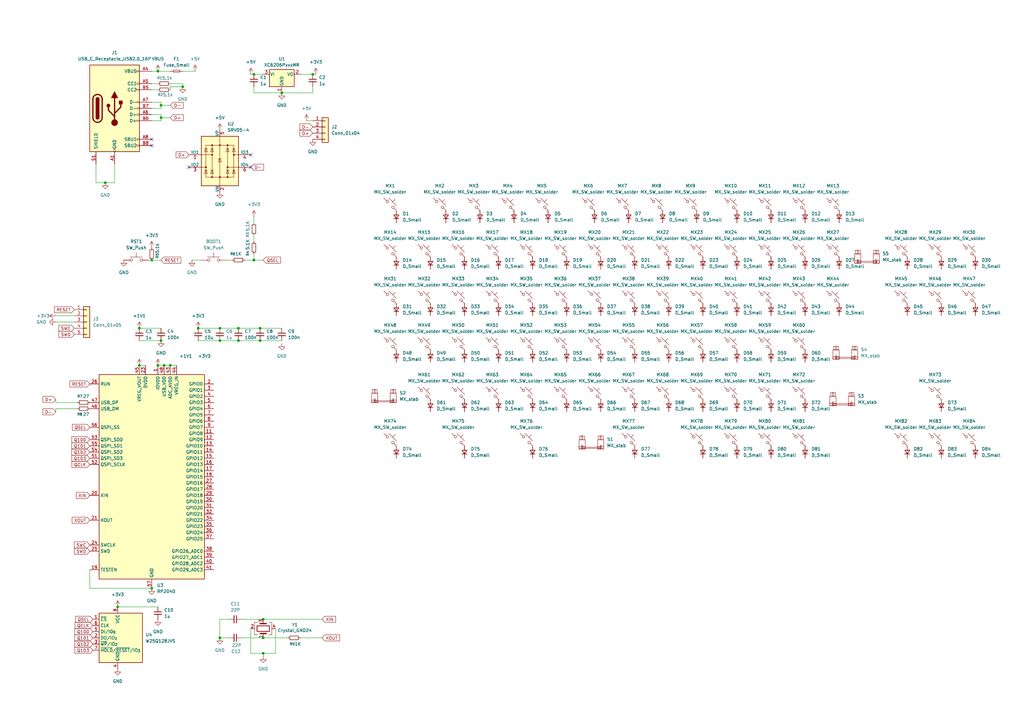
<source format=kicad_sch>
(kicad_sch (version 20250114) (generator "eeschema") (generator_version "9.0")
  (paper "A3")
  (junction (at 107.95 267.97))
  (junction (at 106.68 134.62))
  (junction (at 90.17 134.62))
  (junction (at 115.57 38.1))
  (junction (at 104.14 30.48))
  (junction (at 66.04 139.7))
  (junction (at 107.95 261.62))
  (junction (at 106.68 139.7))
  (junction (at 57.15 134.62))
  (junction (at 43.18 74.93))
  (junction (at 107.95 254))
  (junction (at 67.31 149.86))
  (junction (at 69.85 149.86))
  (junction (at 64.77 149.86))
  (junction (at 97.79 134.62))
  (junction (at 48.26 248.92))
  (junction (at 104.14 106.68))
  (junction (at 62.23 106.68))
  (junction (at 62.23 241.3))
  (junction (at 64.77 29.21))
  (junction (at 81.28 134.62))
  (junction (at 128.27 30.48))
  (junction (at 74.93 35.56))
  (junction (at 97.79 139.7))
  (junction (at 66.04 43.18))
  (junction (at 57.15 149.86))
  (junction (at 90.17 261.62))
  (junction (at 90.17 139.7))
  (junction (at 66.04 48.26))
  (no_connect (at 62.23 57.15))
  (no_connect (at 102.87 63.5))
  (no_connect (at 62.23 59.69))
  (no_connect (at 77.47 68.58))
  (no_connect (at 102.87 68.58))
  (wire (pts (xy 62.23 49.53) (xy 66.04 49.53)))
  (wire (pts (xy 102.87 30.48) (xy 104.14 30.48)))
  (wire (pts (xy 31.75 167.64) (xy 22.86 167.64)))
  (wire (pts (xy 113.03 267.97) (xy 107.95 267.97)))
  (wire (pts (xy 90.17 134.62) (xy 97.79 134.62)))
  (wire (pts (xy 62.23 44.45) (xy 66.04 44.45)))
  (wire (pts (xy 81.28 134.62) (xy 90.17 134.62)))
  (wire (pts (xy 78.74 106.68) (xy 82.55 106.68)))
  (wire (pts (xy 104.14 96.52) (xy 104.14 99.06)))
  (wire (pts (xy 69.85 35.56) (xy 74.93 35.56)))
  (wire (pts (xy 95.25 106.68) (xy 92.71 106.68)))
  (wire (pts (xy 22.86 129.54) (xy 30.48 129.54)))
  (wire (pts (xy 69.85 43.18) (xy 66.04 43.18)))
  (wire (pts (xy 97.79 134.62) (xy 106.68 134.62)))
  (wire (pts (xy 22.86 165.1) (xy 22.86 163.83)))
  (wire (pts (xy 100.33 106.68) (xy 104.14 106.68)))
  (wire (pts (xy 62.23 36.83) (xy 64.77 36.83)))
  (wire (pts (xy 104.14 88.9) (xy 104.14 91.44)))
  (wire (pts (xy 66.04 46.99) (xy 66.04 48.26)))
  (wire (pts (xy 36.83 241.3) (xy 36.83 233.68)))
  (wire (pts (xy 123.19 30.48) (xy 128.27 30.48)))
  (wire (pts (xy 64.77 29.21) (xy 69.85 29.21)))
  (wire (pts (xy 125.73 49.53) (xy 128.27 49.53)))
  (wire (pts (xy 66.04 43.18) (xy 66.04 44.45)))
  (wire (pts (xy 62.23 106.68) (xy 66.04 106.68)))
  (wire (pts (xy 104.14 35.56) (xy 104.14 38.1)))
  (wire (pts (xy 99.06 261.62) (xy 107.95 261.62)))
  (wire (pts (xy 31.75 165.1) (xy 22.86 165.1)))
  (wire (pts (xy 22.86 167.64) (xy 22.86 168.91)))
  (wire (pts (xy 62.23 34.29) (xy 64.77 34.29)))
  (wire (pts (xy 69.85 48.26) (xy 66.04 48.26)))
  (wire (pts (xy 97.79 139.7) (xy 106.68 139.7)))
  (wire (pts (xy 107.95 267.97) (xy 107.95 269.24)))
  (wire (pts (xy 66.04 48.26) (xy 66.04 49.53)))
  (wire (pts (xy 74.93 29.21) (xy 80.01 29.21)))
  (wire (pts (xy 67.31 149.86) (xy 69.85 149.86)))
  (wire (pts (xy 48.26 248.92) (xy 64.77 248.92)))
  (wire (pts (xy 66.04 41.91) (xy 66.04 43.18)))
  (wire (pts (xy 57.15 139.7) (xy 66.04 139.7)))
  (wire (pts (xy 64.77 149.86) (xy 67.31 149.86)))
  (wire (pts (xy 113.03 257.81) (xy 113.03 267.97)))
  (wire (pts (xy 104.14 38.1) (xy 115.57 38.1)))
  (wire (pts (xy 104.14 30.48) (xy 107.95 30.48)))
  (wire (pts (xy 62.23 29.21) (xy 64.77 29.21)))
  (wire (pts (xy 104.14 106.68) (xy 107.95 106.68)))
  (wire (pts (xy 106.68 139.7) (xy 115.57 139.7)))
  (wire (pts (xy 39.37 74.93) (xy 43.18 74.93)))
  (wire (pts (xy 74.93 34.29) (xy 74.93 35.56)))
  (wire (pts (xy 81.28 139.7) (xy 90.17 139.7)))
  (wire (pts (xy 57.15 149.86) (xy 59.69 149.86)))
  (wire (pts (xy 123.19 261.62) (xy 132.08 261.62)))
  (wire (pts (xy 43.18 74.93) (xy 46.99 74.93)))
  (wire (pts (xy 115.57 38.1) (xy 128.27 38.1)))
  (wire (pts (xy 128.27 35.56) (xy 128.27 38.1)))
  (wire (pts (xy 90.17 261.62) (xy 90.17 254)))
  (wire (pts (xy 90.17 254) (xy 93.98 254)))
  (wire (pts (xy 62.23 241.3) (xy 36.83 241.3)))
  (wire (pts (xy 62.23 41.91) (xy 66.04 41.91)))
  (wire (pts (xy 99.06 254) (xy 107.95 254)))
  (wire (pts (xy 22.86 132.08) (xy 30.48 132.08)))
  (wire (pts (xy 62.23 46.99) (xy 66.04 46.99)))
  (wire (pts (xy 57.15 134.62) (xy 66.04 134.62)))
  (wire (pts (xy 62.23 106.68) (xy 60.96 106.68)))
  (wire (pts (xy 107.95 267.97) (xy 102.87 267.97)))
  (wire (pts (xy 90.17 139.7) (xy 97.79 139.7)))
  (wire (pts (xy 106.68 134.62) (xy 115.57 134.62)))
  (wire (pts (xy 102.87 267.97) (xy 102.87 257.81)))
  (wire (pts (xy 128.27 30.48) (xy 129.54 30.48)))
  (wire (pts (xy 46.99 74.93) (xy 46.99 67.31)))
  (wire (pts (xy 69.85 36.83) (xy 69.85 35.56)))
  (wire (pts (xy 104.14 104.14) (xy 104.14 106.68)))
  (wire (pts (xy 69.85 149.86) (xy 72.39 149.86)))
  (wire (pts (xy 69.85 34.29) (xy 74.93 34.29)))
  (wire (pts (xy 39.37 67.31) (xy 39.37 74.93)))
  (wire (pts (xy 93.98 261.62) (xy 90.17 261.62)))
  (wire (pts (xy 107.95 254) (xy 132.08 254)))
  (wire (pts (xy 107.95 261.62) (xy 118.11 261.62)))
  (global_label "D-" (shape input) (at 128.27 52.07 180) (property "Intersheetrefs" "${INTERSHEET_REFS}" (effects (hide yes))))
  (global_label "D-" (shape input) (at 102.87 68.58 0) (property "Intersheetrefs" "${INTERSHEET_REFS}" (effects (hide yes))))
  (global_label "SWD" (shape input) (at 30.48 137.16 180) (property "Intersheetrefs" "${INTERSHEET_REFS}" (effects (hide yes))))
  (global_label "Q103" (shape input) (at 38.1 266.7 180) (property "Intersheetrefs" "${INTERSHEET_REFS}" (effects (hide yes))))
  (global_label "RESET" (shape input) (at 36.83 157.48 180) (property "Intersheetrefs" "${INTERSHEET_REFS}" (effects (hide yes))))
  (global_label "Q101" (shape input) (at 36.83 182.88 180) (property "Intersheetrefs" "${INTERSHEET_REFS}" (effects (hide yes))))
  (global_label "D+" (shape input) (at 69.85 48.26 0) (property "Intersheetrefs" "${INTERSHEET_REFS}" (effects (hide yes))))
  (global_label "Q100" (shape input) (at 36.83 180.34 180) (property "Intersheetrefs" "${INTERSHEET_REFS}" (effects (hide yes))))
  (global_label "QCLK" (shape input) (at 38.1 256.54 180) (property "Intersheetrefs" "${INTERSHEET_REFS}" (effects (hide yes))))
  (global_label "D+" (shape input) (at 22.86 163.83 180) (property "Intersheetrefs" "${INTERSHEET_REFS}" (effects (hide yes))))
  (global_label "QSEL" (shape input) (at 107.95 106.68 0) (property "Intersheetrefs" "${INTERSHEET_REFS}" (effects (hide yes))))
  (global_label "Q102" (shape input) (at 38.1 264.16 180) (property "Intersheetrefs" "${INTERSHEET_REFS}" (effects (hide yes))))
  (global_label "D-" (shape input) (at 22.86 168.91 180) (property "Intersheetrefs" "${INTERSHEET_REFS}" (effects (hide yes))))
  (global_label "Q103" (shape input) (at 36.83 187.96 180) (property "Intersheetrefs" "${INTERSHEET_REFS}" (effects (hide yes))))
  (global_label "RESET" (shape input) (at 66.04 106.68 0) (property "Intersheetrefs" "${INTERSHEET_REFS}" (effects (hide yes))))
  (global_label "D-" (shape input) (at 69.85 43.18 0) (property "Intersheetrefs" "${INTERSHEET_REFS}" (effects (hide yes))))
  (global_label "RESET" (shape input) (at 30.48 127 180) (property "Intersheetrefs" "${INTERSHEET_REFS}" (effects (hide yes))))
  (global_label "XIN" (shape input) (at 36.83 203.2 180) (property "Intersheetrefs" "${INTERSHEET_REFS}" (effects (hide yes))))
  (global_label "D+" (shape input) (at 128.27 54.61 180) (property "Intersheetrefs" "${INTERSHEET_REFS}" (effects (hide yes))))
  (global_label "QCLK" (shape input) (at 36.83 190.5 180) (property "Intersheetrefs" "${INTERSHEET_REFS}" (effects (hide yes))))
  (global_label "Q101" (shape input) (at 38.1 261.62 180) (property "Intersheetrefs" "${INTERSHEET_REFS}" (effects (hide yes))))
  (global_label "D+" (shape input) (at 77.47 63.5 180) (property "Intersheetrefs" "${INTERSHEET_REFS}" (effects (hide yes))))
  (global_label "Q100" (shape input) (at 38.1 259.08 180) (property "Intersheetrefs" "${INTERSHEET_REFS}" (effects (hide yes))))
  (global_label "QSEL" (shape input) (at 38.1 254 180) (property "Intersheetrefs" "${INTERSHEET_REFS}" (effects (hide yes))))
  (global_label "XOUT" (shape input) (at 36.83 213.36 180) (property "Intersheetrefs" "${INTERSHEET_REFS}" (effects (hide yes))))
  (global_label "XOUT" (shape input) (at 132.08 261.62 0) (property "Intersheetrefs" "${INTERSHEET_REFS}" (effects (hide yes))))
  (global_label "SWC" (shape input) (at 30.48 134.62 180) (property "Intersheetrefs" "${INTERSHEET_REFS}" (effects (hide yes))))
  (global_label "Q102" (shape input) (at 36.83 185.42 180) (property "Intersheetrefs" "${INTERSHEET_REFS}" (effects (hide yes))))
  (global_label "QSEL" (shape input) (at 36.83 175.26 180) (property "Intersheetrefs" "${INTERSHEET_REFS}" (effects (hide yes))))
  (global_label "SWD" (shape input) (at 36.83 226.06 180) (property "Intersheetrefs" "${INTERSHEET_REFS}" (effects (hide yes))))
  (global_label "XIN" (shape input) (at 132.08 254 0) (property "Intersheetrefs" "${INTERSHEET_REFS}" (effects (hide yes))))
  (global_label "SWC" (shape input) (at 36.83 223.52 180) (property "Intersheetrefs" "${INTERSHEET_REFS}" (effects (hide yes))))
  (symbol (lib_id "Device:D_Small") (at 232.41 166.37 90) (unit 1)
    (property "Reference" "D65" (at 234.95 165.0999 90) (effects (justify right)))
    (property "Value" "D_Small" (at 234.95 167.6399 90) (effects (justify right)))
    (property "Footprint" "Diode_SMD:D_SOD-123" (effects (hide yes)))
    (property "Description" "Diode, small symbol" (effects (hide yes)))
    (property "Sim.Device" "D" (effects (hide yes)))
    (property "Sim.Pins" "1=K 2=A" (effects (hide yes)))
  )
  (symbol (lib_id "PCM_marbastlib-mx:MX_SW_solder") (at 243.84 140.97 0) (unit 1)
    (property "Reference" "MX54" (at 243.84 133.35 0))
    (property "Value" "MX_SW_solder" (at 243.84 135.89 0))
    (property "Footprint" "PCM_marbastlib-mx:SW_MX_1u" (effects (hide yes)))
    (property "Description" "Push button switch, normally open, two pins, 45° tilted" (effects (hide yes)))
  )
  (symbol (lib_id "PCM_marbastlib-mx:MX_SW_solder") (at 327.66 140.97 0) (unit 1)
    (property "Reference" "MX60" (at 327.66 133.35 0))
    (property "Value" "MX_SW_solder" (at 327.66 135.89 0))
    (property "Footprint" "PCM_marbastlib-mx:SW_MX_1u" (effects (hide yes)))
    (property "Description" "Push button switch, normally open, two pins, 45° tilted" (effects (hide yes)))
  )
  (symbol (lib_id "Device:D_Small") (at 316.23 166.37 90) (unit 1)
    (property "Reference" "D71" (at 318.77 165.0999 90) (effects (justify right)))
    (property "Value" "D_Small" (at 318.77 167.6399 90) (effects (justify right)))
    (property "Footprint" "Diode_SMD:D_SOD-123" (effects (hide yes)))
    (property "Description" "Diode, small symbol" (effects (hide yes)))
    (property "Sim.Device" "D" (effects (hide yes)))
    (property "Sim.Pins" "1=K 2=A" (effects (hide yes)))
  )
  (symbol (lib_id "PCM_marbastlib-mx:MX_SW_solder") (at 160.02 140.97 0) (unit 1)
    (property "Reference" "MX48" (at 160.02 133.35 0))
    (property "Value" "MX_SW_solder" (at 160.02 135.89 0))
    (property "Footprint" "PCM_marbastlib-mx:SW_MX_1.75u" (effects (hide yes)))
    (property "Description" "Push button switch, normally open, two pins, 45° tilted" (effects (hide yes)))
  )
  (symbol (lib_id "power:+3V3") (at 22.86 129.54 90) (unit 1)
    (property "Reference" "#PWR016" (effects (hide yes)))
    (property "Value" "+3V3" (at 20.32 129.5399 90) (effects (justify left)))
    (property "Description" "Power symbol creates a global label with name \"+3V3\"" (effects (hide yes)))
  )
  (symbol (lib_id "PCM_marbastlib-mx:MX_SW_solder") (at 255.27 83.82 0) (unit 1)
    (property "Reference" "MX7" (at 255.27 76.2 0))
    (property "Value" "MX_SW_solder" (at 255.27 78.74 0))
    (property "Footprint" "PCM_marbastlib-mx:SW_MX_1u" (effects (hide yes)))
    (property "Description" "Push button switch, normally open, two pins, 45° tilted" (effects (hide yes)))
  )
  (symbol (lib_id "PCM_marbastlib-mx:MX_SW_solder") (at 229.87 121.92 0) (unit 1)
    (property "Reference" "MX36" (at 229.87 114.3 0))
    (property "Value" "MX_SW_solder" (at 229.87 116.84 0))
    (property "Footprint" "PCM_marbastlib-mx:SW_MX_1u" (effects (hide yes)))
    (property "Description" "Push button switch, normally open, two pins, 45° tilted" (effects (hide yes)))
  )
  (symbol (lib_id "Device:D_Small") (at 162.56 127 90) (unit 1)
    (property "Reference" "D31" (at 165.1 125.7299 90) (effects (justify right)))
    (property "Value" "D_Small" (at 165.1 128.2699 90) (effects (justify right)))
    (property "Footprint" "Diode_SMD:D_SOD-123" (effects (hide yes)))
    (property "Description" "Diode, small symbol" (effects (hide yes)))
    (property "Sim.Device" "D" (effects (hide yes)))
    (property "Sim.Pins" "1=K 2=A" (effects (hide yes)))
  )
  (symbol (lib_id "Device:D_Small") (at 218.44 166.37 90) (unit 1)
    (property "Reference" "D64" (at 220.98 165.0999 90) (effects (justify right)))
    (property "Value" "D_Small" (at 220.98 167.6399 90) (effects (justify right)))
    (property "Footprint" "Diode_SMD:D_SOD-123" (effects (hide yes)))
    (property "Description" "Diode, small symbol" (effects (hide yes)))
    (property "Sim.Device" "D" (effects (hide yes)))
    (property "Sim.Pins" "1=K 2=A" (effects (hide yes)))
  )
  (symbol (lib_id "power:+3V3") (at 81.28 134.62 0) (unit 1)
    (property "Reference" "#PWR019" (effects (hide yes)))
    (property "Value" "+3V3" (at 81.28 129.54 0))
    (property "Description" "Power symbol creates a global label with name \"+3V3\"" (effects (hide yes)))
  )
  (symbol (lib_id "Device:D_Small") (at 218.44 146.05 90) (unit 1)
    (property "Reference" "D52" (at 220.98 144.7799 90) (effects (justify right)))
    (property "Value" "D_Small" (at 220.98 147.3199 90) (effects (justify right)))
    (property "Footprint" "Diode_SMD:D_SOD-123" (effects (hide yes)))
    (property "Description" "Diode, small symbol" (effects (hide yes)))
    (property "Sim.Device" "D" (effects (hide yes)))
    (property "Sim.Pins" "1=K 2=A" (effects (hide yes)))
  )
  (symbol (lib_id "power:GND") (at 115.57 38.1 0) (unit 1)
    (property "Reference" "#PWR06" (effects (hide yes)))
    (property "Value" "GND" (at 115.57 43.18 0))
    (property "Description" "Power symbol creates a global label with name \"GND\" , ground" (effects (hide yes)))
  )
  (symbol (lib_id "power:GND") (at 115.57 140.97 0) (unit 1)
    (property "Reference" "#PWR021" (effects (hide yes)))
    (property "Value" "GND" (at 115.57 146.05 0))
    (property "Description" "Power symbol creates a global label with name \"GND\" , ground" (effects (hide yes)))
  )
  (symbol (lib_id "Device:D_Small") (at 330.2 166.37 90) (unit 1)
    (property "Reference" "D72" (at 332.74 165.0999 90) (effects (justify right)))
    (property "Value" "D_Small" (at 332.74 167.6399 90) (effects (justify right)))
    (property "Footprint" "Diode_SMD:D_SOD-123" (effects (hide yes)))
    (property "Description" "Diode, small symbol" (effects (hide yes)))
    (property "Sim.Device" "D" (effects (hide yes)))
    (property "Sim.Pins" "1=K 2=A" (effects (hide yes)))
  )
  (symbol (lib_id "MCU_RaspberryPi:RP2040") (at 62.23 195.58 0) (unit 1)
    (property "Reference" "U3" (at 64.3733 240.03 0) (effects (justify left)))
    (property "Value" "RP2040" (at 64.3733 242.57 0) (effects (justify left)))
    (property "Footprint" "Package_DFN_QFN:QFN-56-1EP_7x7mm_P0.4mm_EP3.2x3.2mm" (effects (hide yes)))
    (property "Datasheet" "https://datasheets.raspberrypi.com/rp2040/rp2040-datasheet.pdf" (effects (hide yes)))
    (property "Description" "A microcontroller by Raspberry Pi" (effects (hide yes)))
  )
  (symbol (lib_id "PCM_marbastlib-mx:MX_SW_solder") (at 299.72 180.34 0) (unit 1)
    (property "Reference" "MX79" (at 299.72 172.72 0))
    (property "Value" "MX_SW_solder" (at 299.72 175.26 0))
    (property "Footprint" "PCM_marbastlib-mx:SW_MX_1.25u" (effects (hide yes)))
    (property "Description" "Push button switch, normally open, two pins, 45° tilted" (effects (hide yes)))
  )
  (symbol (lib_id "Connector_Generic:Conn_01x05") (at 35.56 132.08 0) (unit 1)
    (property "Reference" "J3" (at 38.1 130.8099 0) (effects (justify left)))
    (property "Value" "Conn_01x05" (at 38.1 133.3499 0) (effects (justify left)))
    (property "Footprint" "Connector_PinHeader_2.54mm:PinHeader_1x05_P2.54mm_Vertical" (effects (hide yes)))
    (property "Description" "Generic connector, single row, 01x05, script generated (kicad-library-utils/schlib/autogen/connector/)" (effects (hide yes)))
  )
  (symbol (lib_id "PCM_marbastlib-mx:MX_SW_solder") (at 201.93 140.97 0) (unit 1)
    (property "Reference" "MX51" (at 201.93 133.35 0))
    (property "Value" "MX_SW_solder" (at 201.93 135.89 0))
    (property "Footprint" "PCM_marbastlib-mx:SW_MX_1u" (effects (hide yes)))
    (property "Description" "Push button switch, normally open, two pins, 45° tilted" (effects (hide yes)))
  )
  (symbol (lib_id "PCM_marbastlib-mx:MX_SW_solder") (at 327.66 121.92 0) (unit 1)
    (property "Reference" "MX43" (at 327.66 114.3 0))
    (property "Value" "MX_SW_solder" (at 327.66 116.84 0))
    (property "Footprint" "PCM_marbastlib-mx:SW_MX_1u" (effects (hide yes)))
    (property "Description" "Push button switch, normally open, two pins, 45° tilted" (effects (hide yes)))
  )
  (symbol (lib_id "power:+5V") (at 80.01 29.21 0) (unit 1)
    (property "Reference" "#PWR02" (effects (hide yes)))
    (property "Value" "+5V" (at 80.01 24.13 0))
    (property "Description" "Power symbol creates a global label with name \"+5V\"" (effects (hide yes)))
  )
  (symbol (lib_id "PCM_marbastlib-mx:MX_SW_solder") (at 201.93 102.87 0) (unit 1)
    (property "Reference" "MX17" (at 201.93 95.25 0))
    (property "Value" "MX_SW_solder" (at 201.93 97.79 0))
    (property "Footprint" "PCM_marbastlib-mx:SW_MX_1u" (effects (hide yes)))
    (property "Description" "Push button switch, normally open, two pins, 45° tilted" (effects (hide yes)))
  )
  (symbol (lib_id "Device:C_Small") (at 115.57 137.16 0) (unit 1)
    (property "Reference" "C9" (at 118.11 135.8962 0) (effects (justify left)))
    (property "Value" "100n" (at 118.11 138.4362 0) (effects (justify left)))
    (property "Footprint" "Capacitor_SMD:C_0402_1005Metric" (effects (hide yes)))
    (property "Description" "Unpolarized capacitor, small symbol" (effects (hide yes)))
  )
  (symbol (lib_id "Device:D_Small") (at 302.26 166.37 90) (unit 1)
    (property "Reference" "D70" (at 304.8 165.0999 90) (effects (justify right)))
    (property "Value" "D_Small" (at 304.8 167.6399 90) (effects (justify right)))
    (property "Footprint" "Diode_SMD:D_SOD-123" (effects (hide yes)))
    (property "Description" "Diode, small symbol" (effects (hide yes)))
    (property "Sim.Device" "D" (effects (hide yes)))
    (property "Sim.Pins" "1=K 2=A" (effects (hide yes)))
  )
  (symbol (lib_id "PCM_marbastlib-mx:MX_SW_solder") (at 257.81 140.97 0) (unit 1)
    (property "Reference" "MX55" (at 257.81 133.35 0))
    (property "Value" "MX_SW_solder" (at 257.81 135.89 0))
    (property "Footprint" "PCM_marbastlib-mx:SW_MX_1u" (effects (hide yes)))
    (property "Description" "Push button switch, normally open, two pins, 45° tilted" (effects (hide yes)))
  )
  (symbol (lib_id "Device:D_Small") (at 288.29 166.37 90) (unit 1)
    (property "Reference" "D69" (at 290.83 165.0999 90) (effects (justify right)))
    (property "Value" "D_Small" (at 290.83 167.6399 90) (effects (justify right)))
    (property "Footprint" "Diode_SMD:D_SOD-123" (effects (hide yes)))
    (property "Description" "Diode, small symbol" (effects (hide yes)))
    (property "Sim.Device" "D" (effects (hide yes)))
    (property "Sim.Pins" "1=K 2=A" (effects (hide yes)))
  )
  (symbol (lib_id "PCM_marbastlib-mx:MX_SW_solder") (at 243.84 121.92 0) (unit 1)
    (property "Reference" "MX37" (at 243.84 114.3 0))
    (property "Value" "MX_SW_solder" (at 243.84 116.84 0))
    (property "Footprint" "PCM_marbastlib-mx:SW_MX_1u" (effects (hide yes)))
    (property "Description" "Push button switch, normally open, two pins, 45° tilted" (effects (hide yes)))
  )
  (symbol (lib_id "Device:C_Small") (at 106.68 137.16 0) (unit 1)
    (property "Reference" "C8" (at 109.22 135.8962 0) (effects (justify left)))
    (property "Value" "100n" (at 109.22 138.4362 0) (effects (justify left)))
    (property "Footprint" "Capacitor_SMD:C_0402_1005Metric" (effects (hide yes)))
    (property "Description" "Unpolarized capacitor, small symbol" (effects (hide yes)))
  )
  (symbol (lib_id "Device:D_Small") (at 210.82 88.9 90) (unit 1)
    (property "Reference" "D4" (at 213.36 87.6299 90) (effects (justify right)))
    (property "Value" "D_Small" (at 213.36 90.1699 90) (effects (justify right)))
    (property "Footprint" "Diode_SMD:D_SOD-123" (effects (hide yes)))
    (property "Description" "Diode, small symbol" (effects (hide yes)))
    (property "Sim.Device" "D" (effects (hide yes)))
    (property "Sim.Pins" "1=K 2=A" (effects (hide yes)))
  )
  (symbol (lib_id "Device:D_Small") (at 204.47 146.05 90) (unit 1)
    (property "Reference" "D51" (at 207.01 144.7799 90) (effects (justify right)))
    (property "Value" "D_Small" (at 207.01 147.3199 90) (effects (justify right)))
    (property "Footprint" "Diode_SMD:D_SOD-123" (effects (hide yes)))
    (property "Description" "Diode, small symbol" (effects (hide yes)))
    (property "Sim.Device" "D" (effects (hide yes)))
    (property "Sim.Pins" "1=K 2=A" (effects (hide yes)))
  )
  (symbol (lib_id "Device:R_Small") (at 62.23 104.14 180) (unit 1)
    (property "Reference" "R5" (at 64.516 104.902 90) (effects (font (size 1.016 1.016))))
    (property "Value" "5.1k" (at 64.516 101.854 90))
    (property "Footprint" "Resistor_SMD:R_0402_1005Metric" (effects (hide yes)))
    (property "Description" "Resistor, small symbol" (effects (hide yes)))
  )
  (symbol (lib_id "Device:D_Small") (at 274.32 166.37 90) (unit 1)
    (property "Reference" "D68" (at 276.86 165.0999 90) (effects (justify right)))
    (property "Value" "D_Small" (at 276.86 167.6399 90) (effects (justify right)))
    (property "Footprint" "Diode_SMD:D_SOD-123" (effects (hide yes)))
    (property "Description" "Diode, small symbol" (effects (hide yes)))
    (property "Sim.Device" "D" (effects (hide yes)))
    (property "Sim.Pins" "1=K 2=A" (effects (hide yes)))
  )
  (symbol (lib_id "Device:R_Small") (at 67.31 34.29 90) (unit 1)
    (property "Reference" "R1" (at 65.532 32.004 90) (effects (font (size 1.016 1.016))))
    (property "Value" "5.1k" (at 68.58 32.004 90))
    (property "Footprint" "Resistor_SMD:R_0402_1005Metric" (effects (hide yes)))
    (property "Description" "Resistor, small symbol" (effects (hide yes)))
  )
  (symbol (lib_id "PCM_marbastlib-mx:MX_SW_solder") (at 257.81 161.29 0) (unit 1)
    (property "Reference" "MX67" (at 257.81 153.67 0))
    (property "Value" "MX_SW_solder" (at 257.81 156.21 0))
    (property "Footprint" "PCM_marbastlib-mx:SW_MX_1u" (effects (hide yes)))
    (property "Description" "Push button switch, normally open, two pins, 45° tilted" (effects (hide yes)))
  )
  (symbol (lib_id "power:+3V3") (at 62.23 101.6 0) (unit 1)
    (property "Reference" "#PWR013" (effects (hide yes)))
    (property "Value" "+3V3" (at 62.23 96.52 0))
    (property "Description" "Power symbol creates a global label with name \"+3V3\"" (effects (hide yes)))
  )
  (symbol (lib_id "Device:R_Small") (at 34.29 165.1 90) (unit 1)
    (property "Reference" "R7" (at 32.766 162.56 90) (effects (font (size 1.016 1.016))))
    (property "Value" "27" (at 35.306 162.56 90))
    (property "Footprint" "Resistor_SMD:R_0402_1005Metric" (effects (hide yes)))
    (property "Description" "Resistor, small symbol" (effects (hide yes)))
  )
  (symbol (lib_id "PCM_marbastlib-mx:MX_SW_solder") (at 327.66 102.87 0) (unit 1)
    (property "Reference" "MX26" (at 327.66 95.25 0))
    (property "Value" "MX_SW_solder" (at 327.66 97.79 0))
    (property "Footprint" "PCM_marbastlib-mx:SW_MX_1u" (effects (hide yes)))
    (property "Description" "Push button switch, normally open, two pins, 45° tilted" (effects (hide yes)))
  )
  (symbol (lib_id "PCM_marbastlib-mx:MX_SW_solder") (at 243.84 161.29 0) (unit 1)
    (property "Reference" "MX66" (at 243.84 153.67 0))
    (property "Value" "MX_SW_solder" (at 243.84 156.21 0))
    (property "Footprint" "PCM_marbastlib-mx:SW_MX_1u" (effects (hide yes)))
    (property "Description" "Push button switch, normally open, two pins, 45° tilted" (effects (hide yes)))
  )
  (symbol (lib_id "Device:D_Small") (at 176.53 107.95 90) (unit 1)
    (property "Reference" "D15" (at 179.07 106.6799 90) (effects (justify right)))
    (property "Value" "D_Small" (at 179.07 109.2199 90) (effects (justify right)))
    (property "Footprint" "Diode_SMD:D_SOD-123" (effects (hide yes)))
    (property "Description" "Diode, small symbol" (effects (hide yes)))
    (property "Sim.Device" "D" (effects (hide yes)))
    (property "Sim.Pins" "1=K 2=A" (effects (hide yes)))
  )
  (symbol (lib_id "Device:D_Small") (at 190.5 127 90) (unit 1)
    (property "Reference" "D33" (at 193.04 125.7299 90) (effects (justify right)))
    (property "Value" "D_Small" (at 193.04 128.2699 90) (effects (justify right)))
    (property "Footprint" "Diode_SMD:D_SOD-123" (effects (hide yes)))
    (property "Description" "Diode, small symbol" (effects (hide yes)))
    (property "Sim.Device" "D" (effects (hide yes)))
    (property "Sim.Pins" "1=K 2=A" (effects (hide yes)))
  )
  (symbol (lib_id "Device:D_Small") (at 232.41 107.95 90) (unit 1)
    (property "Reference" "D19" (at 234.95 106.6799 90) (effects (justify right)))
    (property "Value" "D_Small" (at 234.95 109.2199 90) (effects (justify right)))
    (property "Footprint" "Diode_SMD:D_SOD-123" (effects (hide yes)))
    (property "Description" "Diode, small symbol" (effects (hide yes)))
    (property "Sim.Device" "D" (effects (hide yes)))
    (property "Sim.Pins" "1=K 2=A" (effects (hide yes)))
  )
  (symbol (lib_id "PCM_marbastlib-mx:MX_SW_solder") (at 271.78 102.87 0) (unit 1)
    (property "Reference" "MX22" (at 271.78 95.25 0))
    (property "Value" "MX_SW_solder" (at 271.78 97.79 0))
    (property "Footprint" "PCM_marbastlib-mx:SW_MX_1u" (effects (hide yes)))
    (property "Description" "Push button switch, normally open, two pins, 45° tilted" (effects (hide yes)))
  )
  (symbol (lib_id "Device:D_Small") (at 190.5 166.37 90) (unit 1)
    (property "Reference" "D62" (at 193.04 165.0999 90) (effects (justify right)))
    (property "Value" "D_Small" (at 193.04 167.6399 90) (effects (justify right)))
    (property "Footprint" "Diode_SMD:D_SOD-123" (effects (hide yes)))
    (property "Description" "Diode, small symbol" (effects (hide yes)))
    (property "Sim.Device" "D" (effects (hide yes)))
    (property "Sim.Pins" "1=K 2=A" (effects (hide yes)))
  )
  (symbol (lib_id "PCM_marbastlib-mx:MX_SW_solder") (at 369.57 121.92 0) (unit 1)
    (property "Reference" "MX45" (at 369.57 114.3 0))
    (property "Value" "MX_SW_solder" (at 369.57 116.84 0))
    (property "Footprint" "PCM_marbastlib-mx:SW_MX_1u" (effects (hide yes)))
    (property "Description" "Push button switch, normally open, two pins, 45° tilted" (effects (hide yes)))
  )
  (symbol (lib_id "PCM_marbastlib-mx:MX_stab") (at 242.57 181.61 0) (unit 1)
    (property "Reference" "S1" (at 248.92 180.2129 0) (effects (justify left)))
    (property "Value" "MX_stab" (at 248.92 182.7529 0) (effects (justify left)))
    (property "Footprint" "PCM_marbastlib-mx:STAB_MX_P_6.25u" (effects (hide yes)))
    (property "Description" "Cherry MX-style stabilizer" (effects (hide yes)))
  )
  (symbol (lib_id "Device:D_Small") (at 246.38 146.05 90) (unit 1)
    (property "Reference" "D54" (at 248.92 144.7799 90) (effects (justify right)))
    (property "Value" "D_Small" (at 248.92 147.3199 90) (effects (justify right)))
    (property "Footprint" "Diode_SMD:D_SOD-123" (effects (hide yes)))
    (property "Description" "Diode, small symbol" (effects (hide yes)))
    (property "Sim.Device" "D" (effects (hide yes)))
    (property "Sim.Pins" "1=K 2=A" (effects (hide yes)))
  )
  (symbol (lib_id "Device:D_Small") (at 243.84 88.9 90) (unit 1)
    (property "Reference" "D6" (at 246.38 87.6299 90) (effects (justify right)))
    (property "Value" "D_Small" (at 246.38 90.1699 90) (effects (justify right)))
    (property "Footprint" "Diode_SMD:D_SOD-123" (effects (hide yes)))
    (property "Description" "Diode, small symbol" (effects (hide yes)))
    (property "Sim.Device" "D" (effects (hide yes)))
    (property "Sim.Pins" "1=K 2=A" (effects (hide yes)))
  )
  (symbol (lib_id "PCM_marbastlib-mx:MX_SW_solder") (at 327.66 161.29 0) (unit 1)
    (property "Reference" "MX72" (at 327.66 153.67 0))
    (property "Value" "MX_SW_solder" (at 327.66 156.21 0))
    (property "Footprint" "PCM_marbastlib-mx:SW_MX_1u" (effects (hide yes)))
    (property "Description" "Push button switch, normally open, two pins, 45° tilted" (effects (hide yes)))
  )
  (symbol (lib_id "PCM_marbastlib-mx:MX_SW_solder") (at 187.96 161.29 0) (unit 1)
    (property "Reference" "MX62" (at 187.96 153.67 0))
    (property "Value" "MX_SW_solder" (at 187.96 156.21 0))
    (property "Footprint" "PCM_marbastlib-mx:SW_MX_1u" (effects (hide yes)))
    (property "Description" "Push button switch, normally open, two pins, 45° tilted" (effects (hide yes)))
  )
  (symbol (lib_id "PCM_marbastlib-mx:MX_SW_solder") (at 369.57 102.87 0) (unit 1)
    (property "Reference" "MX28" (at 369.57 95.25 0))
    (property "Value" "MX_SW_solder" (at 369.57 97.79 0))
    (property "Footprint" "PCM_marbastlib-mx:SW_MX_1u" (effects (hide yes)))
    (property "Description" "Push button switch, normally open, two pins, 45° tilted" (effects (hide yes)))
  )
  (symbol (lib_id "PCM_marbastlib-mx:MX_SW_solder") (at 383.54 180.34 0) (unit 1)
    (property "Reference" "MX83" (at 383.54 172.72 0))
    (property "Value" "MX_SW_solder" (at 383.54 175.26 0))
    (property "Footprint" "PCM_marbastlib-mx:SW_MX_1u" (effects (hide yes)))
    (property "Description" "Push button switch, normally open, two pins, 45° tilted" (effects (hide yes)))
  )
  (symbol (lib_id "Device:D_Small") (at 246.38 107.95 90) (unit 1)
    (property "Reference" "D20" (at 248.92 106.6799 90) (effects (justify right)))
    (property "Value" "D_Small" (at 248.92 109.2199 90) (effects (justify right)))
    (property "Footprint" "Diode_SMD:D_SOD-123" (effects (hide yes)))
    (property "Description" "Diode, small symbol" (effects (hide yes)))
    (property "Sim.Device" "D" (effects (hide yes)))
    (property "Sim.Pins" "1=K 2=A" (effects (hide yes)))
  )
  (symbol (lib_id "PCM_marbastlib-mx:MX_SW_solder") (at 313.69 140.97 0) (unit 1)
    (property "Reference" "MX59" (at 313.69 133.35 0))
    (property "Value" "MX_SW_solder" (at 313.69 135.89 0))
    (property "Footprint" "PCM_marbastlib-mx:SW_MX_1u" (effects (hide yes)))
    (property "Description" "Push button switch, normally open, two pins, 45° tilted" (effects (hide yes)))
  )
  (symbol (lib_id "Device:D_Small") (at 288.29 146.05 90) (unit 1)
    (property "Reference" "D57" (at 290.83 144.7799 90) (effects (justify right)))
    (property "Value" "D_Small" (at 290.83 147.3199 90) (effects (justify right)))
    (property "Footprint" "Diode_SMD:D_SOD-123" (effects (hide yes)))
    (property "Description" "Diode, small symbol" (effects (hide yes)))
    (property "Sim.Device" "D" (effects (hide yes)))
    (property "Sim.Pins" "1=K 2=A" (effects (hide yes)))
  )
  (symbol (lib_id "Device:D_Small") (at 400.05 185.42 90) (unit 1)
    (property "Reference" "D84" (at 402.59 184.1499 90) (effects (justify right)))
    (property "Value" "D_Small" (at 402.59 186.6899 90) (effects (justify right)))
    (property "Footprint" "Diode_SMD:D_SOD-123" (effects (hide yes)))
    (property "Description" "Diode, small symbol" (effects (hide yes)))
    (property "Sim.Device" "D" (effects (hide yes)))
    (property "Sim.Pins" "1=K 2=A" (effects (hide yes)))
  )
  (symbol (lib_id "PCM_marbastlib-mx:MX_SW_solder") (at 215.9 180.34 0) (unit 1)
    (property "Reference" "MX76" (at 215.9 172.72 0))
    (property "Value" "MX_SW_solder" (at 215.9 175.26 0))
    (property "Footprint" "PCM_marbastlib-mx:SW_MX_1.25u" (effects (hide yes)))
    (property "Description" "Push button switch, normally open, two pins, 45° tilted" (effects (hide yes)))
  )
  (symbol (lib_id "PCM_marbastlib-mx:MX_SW_solder") (at 383.54 161.29 0) (unit 1)
    (property "Reference" "MX73" (at 383.54 153.67 0))
    (property "Value" "MX_SW_solder" (at 383.54 156.21 0))
    (property "Footprint" "PCM_marbastlib-mx:SW_MX_1u" (effects (hide yes)))
    (property "Description" "Push button switch, normally open, two pins, 45° tilted" (effects (hide yes)))
  )
  (symbol (lib_id "Device:C_Small") (at 66.04 137.16 0) (unit 1)
    (property "Reference" "C4" (at 68.58 135.8962 0) (effects (justify left)))
    (property "Value" "100n" (at 68.58 138.4362 0) (effects (justify left)))
    (property "Footprint" "Capacitor_SMD:C_0402_1005Metric" (effects (hide yes)))
    (property "Description" "Unpolarized capacitor, small symbol" (effects (hide yes)))
  )
  (symbol (lib_id "Device:D_Small") (at 190.5 146.05 90) (unit 1)
    (property "Reference" "D50" (at 193.04 144.7799 90) (effects (justify right)))
    (property "Value" "D_Small" (at 193.04 147.3199 90) (effects (justify right)))
    (property "Footprint" "Diode_SMD:D_SOD-123" (effects (hide yes)))
    (property "Description" "Diode, small symbol" (effects (hide yes)))
    (property "Sim.Device" "D" (effects (hide yes)))
    (property "Sim.Pins" "1=K 2=A" (effects (hide yes)))
  )
  (symbol (lib_id "PCM_marbastlib-mx:MX_SW_solder") (at 160.02 102.87 0) (unit 1)
    (property "Reference" "MX14" (at 160.02 95.25 0))
    (property "Value" "MX_SW_solder" (at 160.02 97.79 0))
    (property "Footprint" "PCM_marbastlib-mx:SW_MX_1u" (effects (hide yes)))
    (property "Description" "Push button switch, normally open, two pins, 45° tilted" (effects (hide yes)))
  )
  (symbol (lib_id "PCM_marbastlib-mx:MX_SW_solder") (at 271.78 161.29 0) (unit 1)
    (property "Reference" "MX68" (at 271.78 153.67 0))
    (property "Value" "MX_SW_solder" (at 271.78 156.21 0))
    (property "Footprint" "PCM_marbastlib-mx:SW_MX_1u" (effects (hide yes)))
    (property "Description" "Push button switch, normally open, two pins, 45° tilted" (effects (hide yes)))
  )
  (symbol (lib_id "PCM_marbastlib-mx:MX_SW_solder") (at 160.02 180.34 0) (unit 1)
    (property "Reference" "MX74" (at 160.02 172.72 0))
    (property "Value" "MX_SW_solder" (at 160.02 175.26 0))
    (property "Footprint" "PCM_marbastlib-mx:SW_MX_1.25u" (effects (hide yes)))
    (property "Description" "Push button switch, normally open, two pins, 45° tilted" (effects (hide yes)))
  )
  (symbol (lib_id "Device:D_Small") (at 232.41 146.05 90) (unit 1)
    (property "Reference" "D53" (at 234.95 144.7799 90) (effects (justify right)))
    (property "Value" "D_Small" (at 234.95 147.3199 90) (effects (justify right)))
    (property "Footprint" "Diode_SMD:D_SOD-123" (effects (hide yes)))
    (property "Description" "Diode, small symbol" (effects (hide yes)))
    (property "Sim.Device" "D" (effects (hide yes)))
    (property "Sim.Pins" "1=K 2=A" (effects (hide yes)))
  )
  (symbol (lib_id "power:GND") (at 43.18 74.93 0) (unit 1)
    (property "Reference" "#PWR010" (effects (hide yes)))
    (property "Value" "GND" (at 43.18 80.01 0))
    (property "Description" "Power symbol creates a global label with name \"GND\" , ground" (effects (hide yes)))
  )
  (symbol (lib_id "power:+3V3") (at 64.77 149.86 0) (unit 1)
    (property "Reference" "#PWR023" (effects (hide yes)))
    (property "Value" "+3V3" (at 83.82 146.05 0))
    (property "Description" "Power symbol creates a global label with name \"+3V3\"" (effects (hide yes)))
  )
  (symbol (lib_id "PCM_marbastlib-mx:MX_SW_solder") (at 173.99 102.87 0) (unit 1)
    (property "Reference" "MX15" (at 173.99 95.25 0))
    (property "Value" "MX_SW_solder" (at 173.99 97.79 0))
    (property "Footprint" "PCM_marbastlib-mx:SW_MX_1u" (effects (hide yes)))
    (property "Description" "Push button switch, normally open, two pins, 45° tilted" (effects (hide yes)))
  )
  (symbol (lib_id "Device:D_Small") (at 302.26 146.05 90) (unit 1)
    (property "Reference" "D58" (at 304.8 144.7799 90) (effects (justify right)))
    (property "Value" "D_Small" (at 304.8 147.3199 90) (effects (justify right)))
    (property "Footprint" "Diode_SMD:D_SOD-123" (effects (hide yes)))
    (property "Description" "Diode, small symbol" (effects (hide yes)))
    (property "Sim.Device" "D" (effects (hide yes)))
    (property "Sim.Pins" "1=K 2=A" (effects (hide yes)))
  )
  (symbol (lib_id "PCM_marbastlib-mx:MX_SW_solder") (at 299.72 140.97 0) (unit 1)
    (property "Reference" "MX58" (at 299.72 133.35 0))
    (property "Value" "MX_SW_solder" (at 299.72 135.89 0))
    (property "Footprint" "PCM_marbastlib-mx:SW_MX_1u" (effects (hide yes)))
    (property "Description" "Push button switch, normally open, two pins, 45° tilted" (effects (hide yes)))
  )
  (symbol (lib_id "power:VBUS") (at 64.77 29.21 0) (unit 1)
    (property "Reference" "#PWR01" (effects (hide yes)))
    (property "Value" "VBUS" (at 64.77 24.13 0))
    (property "Description" "Power symbol creates a global label with name \"VBUS\"" (effects (hide yes)))
  )
  (symbol (lib_id "Device:D_Small") (at 176.53 146.05 90) (unit 1)
    (property "Reference" "D49" (at 179.07 144.7799 90) (effects (justify right)))
    (property "Value" "D_Small" (at 179.07 147.3199 90) (effects (justify right)))
    (property "Footprint" "Diode_SMD:D_SOD-123" (effects (hide yes)))
    (property "Description" "Diode, small symbol" (effects (hide yes)))
    (property "Sim.Device" "D" (effects (hide yes)))
    (property "Sim.Pins" "1=K 2=A" (effects (hide yes)))
  )
  (symbol (lib_id "Device:D_Small") (at 316.23 88.9 90) (unit 1)
    (property "Reference" "D11" (at 318.77 87.6299 90) (effects (justify right)))
    (property "Value" "D_Small" (at 318.77 90.1699 90) (effects (justify right)))
    (property "Footprint" "Diode_SMD:D_SOD-123" (effects (hide yes)))
    (property "Description" "Diode, small symbol" (effects (hide yes)))
    (property "Sim.Device" "D" (effects (hide yes)))
    (property "Sim.Pins" "1=K 2=A" (effects (hide yes)))
  )
  (symbol (lib_id "Device:D_Small") (at 285.75 88.9 90) (unit 1)
    (property "Reference" "D9" (at 288.29 87.6299 90) (effects (justify right)))
    (property "Value" "D_Small" (at 288.29 90.1699 90) (effects (justify right)))
    (property "Footprint" "Diode_SMD:D_SOD-123" (effects (hide yes)))
    (property "Description" "Diode, small symbol" (effects (hide yes)))
    (property "Sim.Device" "D" (effects (hide yes)))
    (property "Sim.Pins" "1=K 2=A" (effects (hide yes)))
  )
  (symbol (lib_id "Device:D_Small") (at 316.23 185.42 90) (unit 1)
    (property "Reference" "D80" (at 318.77 184.1499 90) (effects (justify right)))
    (property "Value" "D_Small" (at 318.77 186.6899 90) (effects (justify right)))
    (property "Footprint" "Diode_SMD:D_SOD-123" (effects (hide yes)))
    (property "Description" "Diode, small symbol" (effects (hide yes)))
    (property "Sim.Device" "D" (effects (hide yes)))
    (property "Sim.Pins" "1=K 2=A" (effects (hide yes)))
  )
  (symbol (lib_id "PCM_marbastlib-mx:MX_SW_solder") (at 215.9 102.87 0) (unit 1)
    (property "Reference" "MX18" (at 215.9 95.25 0))
    (property "Value" "MX_SW_solder" (at 215.9 97.79 0))
    (property "Footprint" "PCM_marbastlib-mx:SW_MX_1u" (effects (hide yes)))
    (property "Description" "Push button switch, normally open, two pins, 45° tilted" (effects (hide yes)))
  )
  (symbol (lib_id "Device:D_Small") (at 190.5 107.95 90) (unit 1)
    (property "Reference" "D16" (at 193.04 106.6799 90) (effects (justify right)))
    (property "Value" "D_Small" (at 193.04 109.2199 90) (effects (justify right)))
    (property "Footprint" "Diode_SMD:D_SOD-123" (effects (hide yes)))
    (property "Description" "Diode, small symbol" (effects (hide yes)))
    (property "Sim.Device" "D" (effects (hide yes)))
    (property "Sim.Pins" "1=K 2=A" (effects (hide yes)))
  )
  (symbol (lib_id "PCM_marbastlib-mx:MX_SW_solder") (at 271.78 140.97 0) (unit 1)
    (property "Reference" "MX56" (at 271.78 133.35 0))
    (property "Value" "MX_SW_solder" (at 271.78 135.89 0))
    (property "Footprint" "PCM_marbastlib-mx:SW_MX_1u" (effects (hide yes)))
    (property "Description" "Push button switch, normally open, two pins, 45° tilted" (effects (hide yes)))
  )
  (symbol (lib_id "Device:D_Small") (at 316.23 107.95 90) (unit 1)
    (property "Reference" "D25" (at 318.77 106.6799 90) (effects (justify right)))
    (property "Value" "D_Small" (at 318.77 109.2199 90) (effects (justify right)))
    (property "Footprint" "Diode_SMD:D_SOD-123" (effects (hide yes)))
    (property "Description" "Diode, small symbol" (effects (hide yes)))
    (property "Sim.Device" "D" (effects (hide yes)))
    (property "Sim.Pins" "1=K 2=A" (effects (hide yes)))
  )
  (symbol (lib_id "PCM_marbastlib-mx:MX_SW_solder") (at 341.63 121.92 0) (unit 1)
    (property "Reference" "MX44" (at 341.63 114.3 0))
    (property "Value" "MX_SW_solder" (at 341.63 116.84 0))
    (property "Footprint" "PCM_marbastlib-mx:SW_MX_1.5u" (effects (hide yes)))
    (property "Description" "Push button switch, normally open, two pins, 45° tilted" (effects (hide yes)))
  )
  (symbol (lib_id "Device:D_Small") (at 288.29 185.42 90) (unit 1)
    (property "Reference" "D78" (at 290.83 184.1499 90) (effects (justify right)))
    (property "Value" "D_Small" (at 290.83 186.6899 90) (effects (justify right)))
    (property "Footprint" "Diode_SMD:D_SOD-123" (effects (hide yes)))
    (property "Description" "Diode, small symbol" (effects (hide yes)))
    (property "Sim.Device" "D" (effects (hide yes)))
    (property "Sim.Pins" "1=K 2=A" (effects (hide yes)))
  )
  (symbol (lib_id "Device:D_Small") (at 344.17 127 90) (unit 1)
    (property "Reference" "D44" (at 346.71 125.7299 90) (effects (justify right)))
    (property "Value" "D_Small" (at 346.71 128.2699 90) (effects (justify right)))
    (property "Footprint" "Diode_SMD:D_SOD-123" (effects (hide yes)))
    (property "Description" "Diode, small symbol" (effects (hide yes)))
    (property "Sim.Device" "D" (effects (hide yes)))
    (property "Sim.Pins" "1=K 2=A" (effects (hide yes)))
  )
  (symbol (lib_id "PCM_marbastlib-mx:MX_SW_solder") (at 313.69 121.92 0) (unit 1)
    (property "Reference" "MX42" (at 313.69 114.3 0))
    (property "Value" "MX_SW_solder" (at 313.69 116.84 0))
    (property "Footprint" "PCM_marbastlib-mx:SW_MX_1u" (effects (hide yes)))
    (property "Description" "Push button switch, normally open, two pins, 45° tilted" (effects (hide yes)))
  )
  (symbol (lib_id "Device:C_Small") (at 97.79 137.16 0) (unit 1)
    (property "Reference" "C7" (at 100.33 135.8962 0) (effects (justify left)))
    (property "Value" "100n" (at 100.33 138.4362 0) (effects (justify left)))
    (property "Footprint" "Capacitor_SMD:C_0402_1005Metric" (effects (hide yes)))
    (property "Description" "Unpolarized capacitor, small symbol" (effects (hide yes)))
  )
  (symbol (lib_id "Device:D_Small") (at 400.05 107.95 90) (unit 1)
    (property "Reference" "D30" (at 402.59 106.6799 90) (effects (justify right)))
    (property "Value" "D_Small" (at 402.59 109.2199 90) (effects (justify right)))
    (property "Footprint" "Diode_SMD:D_SOD-123" (effects (hide yes)))
    (property "Description" "Diode, small symbol" (effects (hide yes)))
    (property "Sim.Device" "D" (effects (hide yes)))
    (property "Sim.Pins" "1=K 2=A" (effects (hide yes)))
  )
  (symbol (lib_id "Device:D_Small") (at 386.08 166.37 90) (unit 1)
    (property "Reference" "D73" (at 388.62 165.0999 90) (effects (justify right)))
    (property "Value" "D_Small" (at 388.62 167.6399 90) (effects (justify right)))
    (property "Footprint" "Diode_SMD:D_SOD-123" (effects (hide yes)))
    (property "Description" "Diode, small symbol" (effects (hide yes)))
    (property "Sim.Device" "D" (effects (hide yes)))
    (property "Sim.Pins" "1=K 2=A" (effects (hide yes)))
  )
  (symbol (lib_id "PCM_marbastlib-mx:MX_SW_solder") (at 299.72 161.29 0) (unit 1)
    (property "Reference" "MX70" (at 299.72 153.67 0))
    (property "Value" "MX_SW_solder" (at 299.72 156.21 0))
    (property "Footprint" "PCM_marbastlib-mx:SW_MX_1u" (effects (hide yes)))
    (property "Description" "Push button switch, normally open, two pins, 45° tilted" (effects (hide yes)))
  )
  (symbol (lib_id "Device:D_Small") (at 162.56 185.42 90) (unit 1)
    (property "Reference" "D74" (at 165.1 184.1499 90) (effects (justify right)))
    (property "Value" "D_Small" (at 165.1 186.6899 90) (effects (justify right)))
    (property "Footprint" "Diode_SMD:D_SOD-123" (effects (hide yes)))
    (property "Description" "Diode, small symbol" (effects (hide yes)))
    (property "Sim.Device" "D" (effects (hide yes)))
    (property "Sim.Pins" "1=K 2=A" (effects (hide yes)))
  )
  (symbol (lib_id "Device:D_Small") (at 176.53 166.37 90) (unit 1)
    (property "Reference" "D61" (at 179.07 165.0999 90) (effects (justify right)))
    (property "Value" "D_Small" (at 179.07 167.6399 90) (effects (justify right)))
    (property "Footprint" "Diode_SMD:D_SOD-123" (effects (hide yes)))
    (property "Description" "Diode, small symbol" (effects (hide yes)))
    (property "Sim.Device" "D" (effects (hide yes)))
    (property "Sim.Pins" "1=K 2=A" (effects (hide yes)))
  )
  (symbol (lib_id "Device:C_Small") (at 128.27 33.02 0) (unit 1)
    (property "Reference" "C2" (at 130.81 31.7562 0) (effects (justify left)))
    (property "Value" "1u" (at 130.81 34.2962 0) (effects (justify left)))
    (property "Footprint" "Capacitor_SMD:C_0402_1005Metric" (effects (hide yes)))
    (property "Description" "Unpolarized capacitor, small symbol" (effects (hide yes)))
  )
  (symbol (lib_id "power:+5V") (at 90.17 53.34 0) (unit 1)
    (property "Reference" "#PWR08" (effects (hide yes)))
    (property "Value" "+5V" (at 90.17 48.26 0))
    (property "Description" "Power symbol creates a global label with name \"+5V\"" (effects (hide yes)))
  )
  (symbol (lib_id "Device:D_Small") (at 260.35 107.95 90) (unit 1)
    (property "Reference" "D21" (at 262.89 106.6799 90) (effects (justify right)))
    (property "Value" "D_Small" (at 262.89 109.2199 90) (effects (justify right)))
    (property "Footprint" "Diode_SMD:D_SOD-123" (effects (hide yes)))
    (property "Description" "Diode, small symbol" (effects (hide yes)))
    (property "Sim.Device" "D" (effects (hide yes)))
    (property "Sim.Pins" "1=K 2=A" (effects (hide yes)))
  )
  (symbol (lib_id "Device:R_Small") (at 67.31 36.83 90) (unit 1)
    (property "Reference" "R2" (at 65.786 38.862 90) (effects (font (size 1.016 1.016))))
    (property "Value" "5.1k" (at 68.834 38.862 90))
    (property "Footprint" "Resistor_SMD:R_0402_1005Metric" (effects (hide yes)))
    (property "Description" "Resistor, small symbol" (effects (hide yes)))
  )
  (symbol (lib_id "PCM_marbastlib-mx:MX_SW_solder") (at 257.81 180.34 0) (unit 1)
    (property "Reference" "MX77" (at 257.81 172.72 0))
    (property "Value" "MX_SW_solder" (at 257.81 175.26 0))
    (property "Footprint" "PCM_marbastlib-mx:SW_MX_1u" (effects (hide yes)))
    (property "Description" "Push button switch, normally open, two pins, 45° tilted" (effects (hide yes)))
  )
  (symbol (lib_id "Device:D_Small") (at 232.41 127 90) (unit 1)
    (property "Reference" "D36" (at 234.95 125.7299 90) (effects (justify right)))
    (property "Value" "D_Small" (at 234.95 128.2699 90) (effects (justify right)))
    (property "Footprint" "Diode_SMD:D_SOD-123" (effects (hide yes)))
    (property "Description" "Diode, small symbol" (effects (hide yes)))
    (property "Sim.Device" "D" (effects (hide yes)))
    (property "Sim.Pins" "1=K 2=A" (effects (hide yes)))
  )
  (symbol (lib_id "PCM_marbastlib-mx:MX_SW_solder") (at 285.75 140.97 0) (unit 1)
    (property "Reference" "MX57" (at 285.75 133.35 0))
    (property "Value" "MX_SW_solder" (at 285.75 135.89 0))
    (property "Footprint" "PCM_marbastlib-mx:SW_MX_1u" (effects (hide yes)))
    (property "Description" "Push button switch, normally open, two pins, 45° tilted" (effects (hide yes)))
  )
  (symbol (lib_id "Switch:SW_Push") (at 87.63 106.68 0) (unit 1)
    (property "Reference" "BOOT1" (at 87.63 99.06 0))
    (property "Value" "SW_Push" (at 87.63 101.6 0))
    (property "Footprint" "Button_Switch_SMD:SW_SPST_TL3342" (effects (hide yes)))
    (property "Description" "Push button switch, generic, two pins" (effects (hide yes)))
  )
  (symbol (lib_id "PCM_marbastlib-mx:MX_SW_solder") (at 187.96 140.97 0) (unit 1)
    (property "Reference" "MX50" (at 187.96 133.35 0))
    (property "Value" "MX_SW_solder" (at 187.96 135.89 0))
    (property "Footprint" "PCM_marbastlib-mx:SW_MX_1u" (effects (hide yes)))
    (property "Description" "Push button switch, normally open, two pins, 45° tilted" (effects (hide yes)))
  )
  (symbol (lib_id "power:+1V1") (at 57.15 134.62 0) (unit 1)
    (property "Reference" "#PWR018" (effects (hide yes)))
    (property "Value" "+1V1" (at 57.15 129.54 0))
    (property "Description" "Power symbol creates a global label with name \"+1V1\"" (effects (hide yes)))
  )
  (symbol (lib_id "Device:D_Small") (at 316.23 146.05 90) (unit 1)
    (property "Reference" "D59" (at 318.77 144.7799 90) (effects (justify right)))
    (property "Value" "D_Small" (at 318.77 147.3199 90) (effects (justify right)))
    (property "Footprint" "Diode_SMD:D_SOD-123" (effects (hide yes)))
    (property "Description" "Diode, small symbol" (effects (hide yes)))
    (property "Sim.Device" "D" (effects (hide yes)))
    (property "Sim.Pins" "1=K 2=A" (effects (hide yes)))
  )
  (symbol (lib_id "PCM_marbastlib-mx:MX_stab") (at 355.6 105.41 0) (unit 1)
    (property "Reference" "S5" (at 361.95 104.0129 0) (effects (justify left)))
    (property "Value" "MX_stab" (at 361.95 106.5529 0) (effects (justify left)))
    (property "Footprint" "PCM_marbastlib-mx:STAB_MX_P_2u" (effects (hide yes)))
    (property "Description" "Cherry MX-style stabilizer" (effects (hide yes)))
  )
  (symbol (lib_id "Device:C_Small") (at 90.17 137.16 0) (unit 1)
    (property "Reference" "C6" (at 92.71 135.8962 0) (effects (justify left)))
    (property "Value" "1u" (at 92.71 138.4362 0) (effects (justify left)))
    (property "Footprint" "Capacitor_SMD:C_0402_1005Metric" (effects (hide yes)))
    (property "Description" "Unpolarized capacitor, small symbol" (effects (hide yes)))
  )
  (symbol (lib_id "PCM_marbastlib-mx:MX_SW_solder") (at 160.02 121.92 0) (unit 1)
    (property "Reference" "MX31" (at 160.02 114.3 0))
    (property "Value" "MX_SW_solder" (at 160.02 116.84 0))
    (property "Footprint" "PCM_marbastlib-mx:SW_MX_1.5u" (effects (hide yes)))
    (property "Description" "Push button switch, normally open, two pins, 45° tilted" (effects (hide yes)))
  )
  (symbol (lib_id "PCM_marbastlib-mx:MX_SW_solder") (at 285.75 180.34 0) (unit 1)
    (property "Reference" "MX78" (at 285.75 172.72 0))
    (property "Value" "MX_SW_solder" (at 285.75 175.26 0))
    (property "Footprint" "PCM_marbastlib-mx:SW_MX_1.25u" (effects (hide yes)))
    (property "Description" "Push button switch, normally open, two pins, 45° tilted" (effects (hide yes)))
  )
  (symbol (lib_id "Device:D_Small") (at 246.38 127 90) (unit 1)
    (property "Reference" "D37" (at 248.92 125.7299 90) (effects (justify right)))
    (property "Value" "D_Small" (at 248.92 128.2699 90) (effects (justify right)))
    (property "Footprint" "Diode_SMD:D_SOD-123" (effects (hide yes)))
    (property "Description" "Diode, small symbol" (effects (hide yes)))
    (property "Sim.Device" "D" (effects (hide yes)))
    (property "Sim.Pins" "1=K 2=A" (effects (hide yes)))
  )
  (symbol (lib_id "PCM_marbastlib-mx:MX_SW_solder") (at 180.34 83.82 0) (unit 1)
    (property "Reference" "MX2" (at 180.34 76.2 0))
    (property "Value" "MX_SW_solder" (at 180.34 78.74 0))
    (property "Footprint" "PCM_marbastlib-mx:SW_MX_1u" (effects (hide yes)))
    (property "Description" "Push button switch, normally open, two pins, 45° tilted" (effects (hide yes)))
  )
  (symbol (lib_id "Device:D_Small") (at 204.47 127 90) (unit 1)
    (property "Reference" "D34" (at 207.01 125.7299 90) (effects (justify right)))
    (property "Value" "D_Small" (at 207.01 128.2699 90) (effects (justify right)))
    (property "Footprint" "Diode_SMD:D_SOD-123" (effects (hide yes)))
    (property "Description" "Diode, small symbol" (effects (hide yes)))
    (property "Sim.Device" "D" (effects (hide yes)))
    (property "Sim.Pins" "1=K 2=A" (effects (hide yes)))
  )
  (symbol (lib_id "PCM_marbastlib-mx:MX_SW_solder") (at 243.84 102.87 0) (unit 1)
    (property "Reference" "MX20" (at 243.84 95.25 0))
    (property "Value" "MX_SW_solder" (at 243.84 97.79 0))
    (property "Footprint" "PCM_marbastlib-mx:SW_MX_1u" (effects (hide yes)))
    (property "Description" "Push button switch, normally open, two pins, 45° tilted" (effects (hide yes)))
  )
  (symbol (lib_id "power:+3V3") (at 104.14 88.9 0) (unit 1)
    (property "Reference" "#PWR012" (effects (hide yes)))
    (property "Value" "+3V3" (at 104.14 83.82 0))
    (property "Description" "Power symbol creates a global label with name \"+3V3\"" (effects (hide yes)))
  )
  (symbol (lib_id "power:+1V1") (at 57.15 149.86 0) (unit 1)
    (property "Reference" "#PWR022" (effects (hide yes)))
    (property "Value" "+1V1" (at 76.2 146.05 0))
    (property "Description" "Power symbol creates a global label with name \"+1V1\"" (effects (hide yes)))
  )
  (symbol (lib_id "PCM_marbastlib-mx:MX_SW_solder") (at 222.25 83.82 0) (unit 1)
    (property "Reference" "MX5" (at 222.25 76.2 0))
    (property "Value" "MX_SW_solder" (at 222.25 78.74 0))
    (property "Footprint" "PCM_marbastlib-mx:SW_MX_1u" (effects (hide yes)))
    (property "Description" "Push button switch, normally open, two pins, 45° tilted" (effects (hide yes)))
  )
  (symbol (lib_id "Device:D_Small") (at 302.26 185.42 90) (unit 1)
    (property "Reference" "D79" (at 304.8 184.1499 90) (effects (justify right)))
    (property "Value" "D_Small" (at 304.8 186.6899 90) (effects (justify right)))
    (property "Footprint" "Diode_SMD:D_SOD-123" (effects (hide yes)))
    (property "Description" "Diode, small symbol" (effects (hide yes)))
    (property "Sim.Device" "D" (effects (hide yes)))
    (property "Sim.Pins" "1=K 2=A" (effects (hide yes)))
  )
  (symbol (lib_id "Connector_Generic:Conn_01x04") (at 133.35 52.07 0) (unit 1)
    (property "Reference" "J2" (at 135.89 52.0699 0) (effects (justify left)))
    (property "Value" "Conn_01x04" (at 135.89 54.6099 0) (effects (justify left)))
    (property "Footprint" "Connector_JST:JST_SH_SM04B-SRSS-TB_1x04-1MP_P1.00mm_Horizontal" (effects (hide yes)))
    (property "Description" "Generic connector, single row, 01x04, script generated (kicad-library-utils/schlib/autogen/connector/)" (effects (hide yes)))
  )
  (symbol (lib_id "power:GND") (at 66.04 139.7 0) (unit 1)
    (property "Reference" "#PWR020" (effects (hide yes)))
    (property "Value" "GND" (at 66.04 144.78 0))
    (property "Description" "Power symbol creates a global label with name \"GND\" , ground" (effects (hide yes)))
  )
  (symbol (lib_id "Device:D_Small") (at 288.29 127 90) (unit 1)
    (property "Reference" "D40" (at 290.83 125.7299 90) (effects (justify right)))
    (property "Value" "D_Small" (at 290.83 128.2699 90) (effects (justify right)))
    (property "Footprint" "Diode_SMD:D_SOD-123" (effects (hide yes)))
    (property "Description" "Diode, small symbol" (effects (hide yes)))
    (property "Sim.Device" "D" (effects (hide yes)))
    (property "Sim.Pins" "1=K 2=A" (effects (hide yes)))
  )
  (symbol (lib_id "PCM_marbastlib-mx:MX_SW_solder") (at 313.69 83.82 0) (unit 1)
    (property "Reference" "MX11" (at 313.69 76.2 0))
    (property "Value" "MX_SW_solder" (at 313.69 78.74 0))
    (property "Footprint" "PCM_marbastlib-mx:SW_MX_1u" (effects (hide yes)))
    (property "Description" "Push button switch, normally open, two pins, 45° tilted" (effects (hide yes)))
  )
  (symbol (lib_id "Device:C_Small") (at 57.15 137.16 0) (unit 1)
    (property "Reference" "C3" (at 59.69 135.8962 0) (effects (justify left)))
    (property "Value" "1u" (at 59.69 138.4362 0) (effects (justify left)))
    (property "Footprint" "Capacitor_SMD:C_0402_1005Metric" (effects (hide yes)))
    (property "Description" "Unpolarized capacitor, small symbol" (effects (hide yes)))
  )
  (symbol (lib_id "PCM_marbastlib-mx:MX_SW_solder") (at 201.93 161.29 0) (unit 1)
    (property "Reference" "MX63" (at 201.93 153.67 0))
    (property "Value" "MX_SW_solder" (at 201.93 156.21 0))
    (property "Footprint" "PCM_marbastlib-mx:SW_MX_1u" (effects (hide yes)))
    (property "Description" "Push button switch, normally open, two pins, 45° tilted" (effects (hide yes)))
  )
  (symbol (lib_id "Regulator_Linear:XC6206PxxxMR") (at 115.57 30.48 0) (unit 1)
    (property "Reference" "U1" (at 115.57 24.13 0))
    (property "Value" "XC6206PxxxMR" (at 115.57 26.67 0))
    (property "Footprint" "Package_TO_SOT_SMD:SOT-23-3" (effects (hide yes)))
    (property "Datasheet" "https://www.torexsemi.com/file/xc6206/XC6206.pdf" (effects (hide yes)))
    (property "Description" "Positive 60-250mA Low Dropout Regulator, Fixed Output, SOT-23" (effects (hide yes)))
  )
  (symbol (lib_id "power:GND") (at 64.77 254 0) (unit 1)
    (property "Reference" "#PWR026" (effects (hide yes)))
    (property "Value" "GND" (at 64.77 259.08 0))
    (property "Description" "Power symbol creates a global label with name \"GND\" , ground" (effects (hide yes)))
  )
  (symbol (lib_id "Device:D_Small") (at 224.79 88.9 90) (unit 1)
    (property "Reference" "D5" (at 227.33 87.6299 90) (effects (justify right)))
    (property "Value" "D_Small" (at 227.33 90.1699 90) (effects (justify right)))
    (property "Footprint" "Diode_SMD:D_SOD-123" (effects (hide yes)))
    (property "Description" "Diode, small symbol" (effects (hide yes)))
    (property "Sim.Device" "D" (effects (hide yes)))
    (property "Sim.Pins" "1=K 2=A" (effects (hide yes)))
  )
  (symbol (lib_id "Device:R_Small") (at 120.65 261.62 90) (unit 1)
    (property "Reference" "R9" (at 119.888 264.16 90) (effects (font (size 1.016 1.016))))
    (property "Value" "1K" (at 122.174 264.16 90))
    (property "Footprint" "Resistor_SMD:R_0402_1005Metric" (effects (hide yes)))
    (property "Description" "Resistor, small symbol" (effects (hide yes)))
  )
  (symbol (lib_id "Device:C_Small") (at 81.28 137.16 0) (unit 1)
    (property "Reference" "C5" (at 83.82 135.8962 0) (effects (justify left)))
    (property "Value" "10u" (at 83.82 138.4362 0) (effects (justify left)))
    (property "Footprint" "Capacitor_SMD:C_0603_1608Metric" (effects (hide yes)))
    (property "Description" "Unpolarized capacitor, small symbol" (effects (hide yes)))
  )
  (symbol (lib_id "Device:D_Small") (at 330.2 107.95 90) (unit 1)
    (property "Reference" "D26" (at 332.74 106.6799 90) (effects (justify right)))
    (property "Value" "D_Small" (at 332.74 109.2199 90) (effects (justify right)))
    (property "Footprint" "Diode_SMD:D_SOD-123" (effects (hide yes)))
    (property "Description" "Diode, small symbol" (effects (hide yes)))
    (property "Sim.Device" "D" (effects (hide yes)))
    (property "Sim.Pins" "1=K 2=A" (effects (hide yes)))
  )
  (symbol (lib_id "Switch:SW_Push") (at 55.88 106.68 0) (unit 1)
    (property "Reference" "RST1" (at 55.88 99.06 0))
    (property "Value" "SW_Push" (at 55.88 101.6 0))
    (property "Footprint" "Button_Switch_SMD:SW_SPST_TL3342" (effects (hide yes)))
    (property "Description" "Push button switch, generic, two pins" (effects (hide yes)))
  )
  (symbol (lib_id "Device:D_Small") (at 257.81 88.9 90) (unit 1)
    (property "Reference" "D7" (at 260.35 87.6299 90) (effects (justify right)))
    (property "Value" "D_Small" (at 260.35 90.1699 90) (effects (justify right)))
    (property "Footprint" "Diode_SMD:D_SOD-123" (effects (hide yes)))
    (property "Description" "Diode, small symbol" (effects (hide yes)))
    (property "Sim.Device" "D" (effects (hide yes)))
    (property "Sim.Pins" "1=K 2=A" (effects (hide yes)))
  )
  (symbol (lib_id "power:GND") (at 78.74 106.68 0) (unit 1)
    (property "Reference" "#PWR015" (effects (hide yes)))
    (property "Value" "GND" (at 78.74 111.76 0))
    (property "Description" "Power symbol creates a global label with name \"GND\" , ground" (effects (hide yes)))
  )
  (symbol (lib_id "PCM_marbastlib-mx:MX_SW_solder") (at 208.28 83.82 0) (unit 1)
    (property "Reference" "MX4" (at 208.28 76.2 0))
    (property "Value" "MX_SW_solder" (at 208.28 78.74 0))
    (property "Footprint" "PCM_marbastlib-mx:SW_MX_1u" (effects (hide yes)))
    (property "Description" "Push button switch, normally open, two pins, 45° tilted" (effects (hide yes)))
  )
  (symbol (lib_id "PCM_marbastlib-mx:MX_SW_solder") (at 215.9 140.97 0) (unit 1)
    (property "Reference" "MX52" (at 215.9 133.35 0))
    (property "Value" "MX_SW_solder" (at 215.9 135.89 0))
    (property "Footprint" "PCM_marbastlib-mx:SW_MX_1u" (effects (hide yes)))
    (property "Description" "Push button switch, normally open, two pins, 45° tilted" (effects (hide yes)))
  )
  (symbol (lib_id "Device:D_Small") (at 218.44 185.42 90) (unit 1)
    (property "Reference" "D76" (at 220.98 184.1499 90) (effects (justify right)))
    (property "Value" "D_Small" (at 220.98 186.6899 90) (effects (justify right)))
    (property "Footprint" "Diode_SMD:D_SOD-123" (effects (hide yes)))
    (property "Description" "Diode, small symbol" (effects (hide yes)))
    (property "Sim.Device" "D" (effects (hide yes)))
    (property "Sim.Pins" "1=K 2=A" (effects (hide yes)))
  )
  (symbol (lib_id "power:GND") (at 74.93 35.56 0) (unit 1)
    (property "Reference" "#PWR05" (effects (hide yes)))
    (property "Value" "GND" (at 74.93 40.64 0))
    (property "Description" "Power symbol creates a global label with name \"GND\" , ground" (effects (hide yes)))
  )
  (symbol (lib_id "Device:R_Small") (at 104.14 93.98 180) (unit 1)
    (property "Reference" "R3" (at 101.6 96.266 90) (effects (font (size 1.016 1.016))))
    (property "Value" "5.1K" (at 101.6 92.71 90))
    (property "Footprint" "Resistor_SMD:R_0402_1005Metric" (effects (hide yes)))
    (property "Description" "Resistor, small symbol" (effects (hide yes)))
  )
  (symbol (lib_id "PCM_marbastlib-mx:MX_stab") (at 345.44 163.83 0) (unit 1)
    (property "Reference" "S3" (at 351.79 162.4329 0) (effects (justify left)))
    (property "Value" "MX_stab" (at 351.79 164.9729 0) (effects (justify left)))
    (property "Footprint" "PCM_marbastlib-mx:STAB_MX_P_2u" (effects (hide yes)))
    (property "Description" "Cherry MX-style stabilizer" (effects (hide yes)))
  )
  (symbol (lib_id "power:+5V") (at 125.73 49.53 0) (unit 1)
    (property "Reference" "#PWR07" (effects (hide yes)))
    (property "Value" "+5V" (at 125.73 44.45 0))
    (property "Description" "Power symbol creates a global label with name \"+5V\"" (effects (hide yes)))
  )
  (symbol (lib_id "Device:D_Small") (at 162.56 146.05 90) (unit 1)
    (property "Reference" "D48" (at 165.1 144.7799 90) (effects (justify right)))
    (property "Value" "D_Small" (at 165.1 147.3199 90) (effects (justify right)))
    (property "Footprint" "Diode_SMD:D_SOD-123" (effects (hide yes)))
    (property "Description" "Diode, small symbol" (effects (hide yes)))
    (property "Sim.Device" "D" (effects (hide yes)))
    (property "Sim.Pins" "1=K 2=A" (effects (hide yes)))
  )
  (symbol (lib_id "PCM_marbastlib-mx:MX_SW_solder") (at 313.69 180.34 0) (unit 1)
    (property "Reference" "MX80" (at 313.69 172.72 0))
    (property "Value" "MX_SW_solder" (at 313.69 175.26 0))
    (property "Footprint" "PCM_marbastlib-mx:SW_MX_1.25u" (effects (hide yes)))
    (property "Description" "Push button switch, normally open, two pins, 45° tilted" (effects (hide yes)))
  )
  (symbol (lib_id "Device:D_Small") (at 218.44 107.95 90) (unit 1)
    (property "Reference" "D18" (at 220.98 106.6799 90) (effects (justify right)))
    (property "Value" "D_Small" (at 220.98 109.2199 90) (effects (justify right)))
    (property "Footprint" "Diode_SMD:D_SOD-123" (effects (hide yes)))
    (property "Description" "Diode, small symbol" (effects (hide yes)))
    (property "Sim.Device" "D" (effects (hide yes)))
    (property "Sim.Pins" "1=K 2=A" (effects (hide yes)))
  )
  (symbol (lib_id "Device:D_Small") (at 302.26 127 90) (unit 1)
    (property "Reference" "D41" (at 304.8 125.7299 90) (effects (justify right)))
    (property "Value" "D_Small" (at 304.8 128.2699 90) (effects (justify right)))
    (property "Footprint" "Diode_SMD:D_SOD-123" (effects (hide yes)))
    (property "Description" "Diode, small symbol" (effects (hide yes)))
    (property "Sim.Device" "D" (effects (hide yes)))
    (property "Sim.Pins" "1=K 2=A" (effects (hide yes)))
  )
  (symbol (lib_id "PCM_marbastlib-mx:MX_stab") (at 346.71 144.78 0) (unit 1)
    (property "Reference" "S4" (at 353.06 143.3829 0) (effects (justify left)))
    (property "Value" "MX_stab" (at 353.06 145.9229 0) (effects (justify left)))
    (property "Footprint" "PCM_marbastlib-mx:STAB_MX_P_2u" (effects (hide yes)))
    (property "Description" "Cherry MX-style stabilizer" (effects (hide yes)))
  )
  (symbol (lib_id "Device:D_Small") (at 271.78 88.9 90) (unit 1)
    (property "Reference" "D8" (at 274.32 87.6299 90) (effects (justify right)))
    (property "Value" "D_Small" (at 274.32 90.1699 90) (effects (justify right)))
    (property "Footprint" "Diode_SMD:D_SOD-123" (effects (hide yes)))
    (property "Description" "Diode, small symbol" (effects (hide yes)))
    (property "Sim.Device" "D" (effects (hide yes)))
    (property "Sim.Pins" "1=K 2=A" (effects (hide yes)))
  )
  (symbol (lib_id "power:GND") (at 90.17 261.62 0) (unit 1)
    (property "Reference" "#PWR027" (effects (hide yes)))
    (property "Value" "GND" (at 90.17 266.7 0))
    (property "Description" "Power symbol creates a global label with name \"GND\" , ground" (effects (hide yes)))
  )
  (symbol (lib_id "PCM_marbastlib-mx:MX_SW_solder") (at 187.96 102.87 0) (unit 1)
    (property "Reference" "MX16" (at 187.96 95.25 0))
    (property "Value" "MX_SW_solder" (at 187.96 97.79 0))
    (property "Footprint" "PCM_marbastlib-mx:SW_MX_1u" (effects (hide yes)))
    (property "Description" "Push button switch, normally open, two pins, 45° tilted" (effects (hide yes)))
  )
  (symbol (lib_id "PCM_marbastlib-mx:MX_stab") (at 157.48 162.56 0) (unit 1)
    (property "Reference" "S2" (at 163.83 161.1629 0) (effects (justify left)))
    (property "Value" "MX_stab" (at 163.83 163.7029 0) (effects (justify left)))
    (property "Footprint" "PCM_marbastlib-mx:STAB_MX_P_2u" (effects (hide yes)))
    (property "Description" "Cherry MX-style stabilizer" (effects (hide yes)))
  )
  (symbol (lib_id "Device:Crystal_GND24") (at 107.95 257.81 90) (unit 1)
    (property "Reference" "Y1" (at 120.904 256.286 90))
    (property "Value" "Crystal_GND24" (at 120.904 258.572 90))
    (property "Footprint" "Crystal:Crystal_SMD_3225-4Pin_3.2x2.5mm" (effects (hide yes)))
    (property "Description" "Four pin crystal, GND on pins 2 and 4" (effects (hide yes)))
  )
  (symbol (lib_id "Device:D_Small") (at 288.29 107.95 90) (unit 1)
    (property "Reference" "D23" (at 290.83 106.6799 90) (effects (justify right)))
    (property "Value" "D_Small" (at 290.83 109.2199 90) (effects (justify right)))
    (property "Footprint" "Diode_SMD:D_SOD-123" (effects (hide yes)))
    (property "Description" "Diode, small symbol" (effects (hide yes)))
    (property "Sim.Device" "D" (effects (hide yes)))
    (property "Sim.Pins" "1=K 2=A" (effects (hide yes)))
  )
  (symbol (lib_id "PCM_marbastlib-mx:MX_SW_solder") (at 173.99 121.92 0) (unit 1)
    (property "Reference" "MX32" (at 173.99 114.3 0))
    (property "Value" "MX_SW_solder" (at 173.99 116.84 0))
    (property "Footprint" "PCM_marbastlib-mx:SW_MX_1u" (effects (hide yes)))
    (property "Description" "Push button switch, normally open, two pins, 45° tilted" (effects (hide yes)))
  )
  (symbol (lib_id "PCM_marbastlib-mx:MX_SW_solder") (at 201.93 121.92 0) (unit 1)
    (property "Reference" "MX34" (at 201.93 114.3 0))
    (property "Value" "MX_SW_solder" (at 201.93 116.84 0))
    (property "Footprint" "PCM_marbastlib-mx:SW_MX_1u" (effects (hide yes)))
    (property "Description" "Push button switch, normally open, two pins, 45° tilted" (effects (hide yes)))
  )
  (symbol (lib_id "PCM_marbastlib-mx:MX_SW_solder") (at 285.75 121.92 0) (unit 1)
    (property "Reference" "MX40" (at 285.75 114.3 0))
    (property "Value" "MX_SW_solder" (at 285.75 116.84 0))
    (property "Footprint" "PCM_marbastlib-mx:SW_MX_1u" (effects (hide yes)))
    (property "Description" "Push button switch, normally open, two pins, 45° tilted" (effects (hide yes)))
  )
  (symbol (lib_id "PCM_marbastlib-mx:MX_SW_solder") (at 383.54 102.87 0) (unit 1)
    (property "Reference" "MX29" (at 383.54 95.25 0))
    (property "Value" "MX_SW_solder" (at 383.54 97.79 0))
    (property "Footprint" "PCM_marbastlib-mx:SW_MX_1u" (effects (hide yes)))
    (property "Description" "Push button switch, normally open, two pins, 45° tilted" (effects (hide yes)))
  )
  (symbol (lib_id "PCM_marbastlib-mx:MX_SW_solder") (at 327.66 180.34 0) (unit 1)
    (property "Reference" "MX81" (at 327.66 172.72 0))
    (property "Value" "MX_SW_solder" (at 327.66 175.26 0))
    (property "Footprint" "PCM_marbastlib-mx:SW_MX_1.25u" (effects (hide yes)))
    (property "Description" "Push button switch, normally open, two pins, 45° tilted" (effects (hide yes)))
  )
  (symbol (lib_id "PCM_marbastlib-mx:MX_SW_solder") (at 269.24 83.82 0) (unit 1)
    (property "Reference" "MX8" (at 269.24 76.2 0))
    (property "Value" "MX_SW_solder" (at 269.24 78.74 0))
    (property "Footprint" "PCM_marbastlib-mx:SW_MX_1u" (effects (hide yes)))
    (property "Description" "Push button switch, normally open, two pins, 45° tilted" (effects (hide yes)))
  )
  (symbol (lib_id "PCM_marbastlib-mx:MX_SW_solder") (at 160.02 83.82 0) (unit 1)
    (property "Reference" "MX1" (at 160.02 76.2 0))
    (property "Value" "MX_SW_solder" (at 160.02 78.74 0))
    (property "Footprint" "PCM_marbastlib-mx:SW_MX_1u" (effects (hide yes)))
    (property "Description" "Push button switch, normally open, two pins, 45° tilted" (effects (hide yes)))
  )
  (symbol (lib_id "Device:D_Small") (at 260.35 127 90) (unit 1)
    (property "Reference" "D38" (at 262.89 125.7299 90) (effects (justify right)))
    (property "Value" "D_Small" (at 262.89 128.2699 90) (effects (justify right)))
    (property "Footprint" "Diode_SMD:D_SOD-123" (effects (hide yes)))
    (property "Description" "Diode, small symbol" (effects (hide yes)))
    (property "Sim.Device" "D" (effects (hide yes)))
    (property "Sim.Pins" "1=K 2=A" (effects (hide yes)))
  )
  (symbol (lib_id "PCM_marbastlib-mx:MX_SW_solder") (at 271.78 121.92 0) (unit 1)
    (property "Reference" "MX39" (at 271.78 114.3 0))
    (property "Value" "MX_SW_solder" (at 271.78 116.84 0))
    (property "Footprint" "PCM_marbastlib-mx:SW_MX_1u" (effects (hide yes)))
    (property "Description" "Push button switch, normally open, two pins, 45° tilted" (effects (hide yes)))
  )
  (symbol (lib_id "Device:D_Small") (at 260.35 166.37 90) (unit 1)
    (property "Reference" "D67" (at 262.89 165.0999 90) (effects (justify right)))
    (property "Value" "D_Small" (at 262.89 167.6399 90) (effects (justify right)))
    (property "Footprint" "Diode_SMD:D_SOD-123" (effects (hide yes)))
    (property "Description" "Diode, small symbol" (effects (hide yes)))
    (property "Sim.Device" "D" (effects (hide yes)))
    (property "Sim.Pins" "1=K 2=A" (effects (hide yes)))
  )
  (symbol (lib_id "Device:C_Small") (at 96.52 254 270) (unit 1)
    (property "Reference" "C11" (at 96.5136 247.65 90))
    (property "Value" "22P" (at 96.5136 250.19 90))
    (property "Footprint" "Capacitor_SMD:C_0402_1005Metric" (effects (hide yes)))
    (property "Description" "Unpolarized capacitor, small symbol" (effects (hide yes)))
  )
  (symbol (lib_id "Device:D_Small") (at 386.08 127 90) (unit 1)
    (property "Reference" "D46" (at 388.62 125.7299 90) (effects (justify right)))
    (property "Value" "D_Small" (at 388.62 128.2699 90) (effects (justify right)))
    (property "Footprint" "Diode_SMD:D_SOD-123" (effects (hide yes)))
    (property "Description" "Diode, small symbol" (effects (hide yes)))
    (property "Sim.Device" "D" (effects (hide yes)))
    (property "Sim.Pins" "1=K 2=A" (effects (hide yes)))
  )
  (symbol (lib_id "Device:D_Small") (at 330.2 185.42 90) (unit 1)
    (property "Reference" "D81" (at 332.74 184.1499 90) (effects (justify right)))
    (property "Value" "D_Small" (at 332.74 186.6899 90) (effects (justify right)))
    (property "Footprint" "Diode_SMD:D_SOD-123" (effects (hide yes)))
    (property "Description" "Diode, small symbol" (effects (hide yes)))
    (property "Sim.Device" "D" (effects (hide yes)))
    (property "Sim.Pins" "1=K 2=A" (effects (hide yes)))
  )
  (symbol (lib_id "PCM_marbastlib-mx:MX_SW_solder") (at 229.87 102.87 0) (unit 1)
    (property "Reference" "MX19" (at 229.87 95.25 0))
    (property "Value" "MX_SW_solder" (at 229.87 97.79 0))
    (property "Footprint" "PCM_marbastlib-mx:SW_MX_1u" (effects (hide yes)))
    (property "Description" "Push button switch, normally open, two pins, 45° tilted" (effects (hide yes)))
  )
  (symbol (lib_id "Device:D_Small") (at 344.17 107.95 90) (unit 1)
    (property "Reference" "D27" (at 346.71 106.6799 90) (effects (justify right)))
    (property "Value" "D_Small" (at 346.71 109.2199 90) (effects (justify right)))
    (property "Footprint" "Diode_SMD:D_SOD-123" (effects (hide yes)))
    (property "Description" "Diode, small symbol" (effects (hide yes)))
    (property "Sim.Device" "D" (effects (hide yes)))
    (property "Sim.Pins" "1=K 2=A" (effects (hide yes)))
  )
  (symbol (lib_id "Device:D_Small") (at 204.47 166.37 90) (unit 1)
    (property "Reference" "D63" (at 207.01 165.0999 90) (effects (justify right)))
    (property "Value" "D_Small" (at 207.01 167.6399 90) (effects (justify right)))
    (property "Footprint" "Diode_SMD:D_SOD-123" (effects (hide yes)))
    (property "Description" "Diode, small symbol" (effects (hide yes)))
    (property "Sim.Device" "D" (effects (hide yes)))
    (property "Sim.Pins" "1=K 2=A" (effects (hide yes)))
  )
  (symbol (lib_id "PCM_marbastlib-mx:MX_SW_solder") (at 215.9 161.29 0) (unit 1)
    (property "Reference" "MX64" (at 215.9 153.67 0))
    (property "Value" "MX_SW_solder" (at 215.9 156.21 0))
    (property "Footprint" "PCM_marbastlib-mx:SW_MX_1u" (effects (hide yes)))
    (property "Description" "Push button switch, normally open, two pins, 45° tilted" (effects (hide yes)))
  )
  (symbol (lib_id "Device:D_Small") (at 386.08 185.42 90) (unit 1)
    (property "Reference" "D83" (at 388.62 184.1499 90) (effects (justify right)))
    (property "Value" "D_Small" (at 388.62 186.6899 90) (effects (justify right)))
    (property "Footprint" "Diode_SMD:D_SOD-123" (effects (hide yes)))
    (property "Description" "Diode, small symbol" (effects (hide yes)))
    (property "Sim.Device" "D" (effects (hide yes)))
    (property "Sim.Pins" "1=K 2=A" (effects (hide yes)))
  )
  (symbol (lib_id "Device:D_Small") (at 176.53 127 90) (unit 1)
    (property "Reference" "D32" (at 179.07 125.7299 90) (effects (justify right)))
    (property "Value" "D_Small" (at 179.07 128.2699 90) (effects (justify right)))
    (property "Footprint" "Diode_SMD:D_SOD-123" (effects (hide yes)))
    (property "Description" "Diode, small symbol" (effects (hide yes)))
    (property "Sim.Device" "D" (effects (hide yes)))
    (property "Sim.Pins" "1=K 2=A" (effects (hide yes)))
  )
  (symbol (lib_id "Device:D_Small") (at 330.2 127 90) (unit 1)
    (property "Reference" "D43" (at 332.74 125.7299 90) (effects (justify right)))
    (property "Value" "D_Small" (at 332.74 128.2699 90) (effects (justify right)))
    (property "Footprint" "Diode_SMD:D_SOD-123" (effects (hide yes)))
    (property "Description" "Diode, small symbol" (effects (hide yes)))
    (property "Sim.Device" "D" (effects (hide yes)))
    (property "Sim.Pins" "1=K 2=A" (effects (hide yes)))
  )
  (symbol (lib_id "Device:D_Small") (at 260.35 185.42 90) (unit 1)
    (property "Reference" "D77" (at 262.89 184.1499 90) (effects (justify right)))
    (property "Value" "D_Small" (at 262.89 186.6899 90) (effects (justify right)))
    (property "Footprint" "Diode_SMD:D_SOD-123" (effects (hide yes)))
    (property "Description" "Diode, small symbol" (effects (hide yes)))
    (property "Sim.Device" "D" (effects (hide yes)))
    (property "Sim.Pins" "1=K 2=A" (effects (hide yes)))
  )
  (symbol (lib_id "PCM_marbastlib-mx:MX_SW_solder") (at 257.81 102.87 0) (unit 1)
    (property "Reference" "MX21" (at 257.81 95.25 0))
    (property "Value" "MX_SW_solder" (at 257.81 97.79 0))
    (property "Footprint" "PCM_marbastlib-mx:SW_MX_1u" (effects (hide yes)))
    (property "Description" "Push button switch, normally open, two pins, 45° tilted" (effects (hide yes)))
  )
  (symbol (lib_id "Device:D_Small") (at 162.56 88.9 90) (unit 1)
    (property "Reference" "D1" (at 165.1 87.6299 90) (effects (justify right)))
    (property "Value" "D_Small" (at 165.1 90.1699 90) (effects (justify right)))
    (property "Footprint" "Diode_SMD:D_SOD-123" (effects (hide yes)))
    (property "Description" "Diode, small symbol" (effects (hide yes)))
    (property "Sim.Device" "D" (effects (hide yes)))
    (property "Sim.Pins" "1=K 2=A" (effects (hide yes)))
  )
  (symbol (lib_id "PCM_marbastlib-mx:MX_SW_solder") (at 341.63 83.82 0) (unit 1)
    (property "Reference" "MX13" (at 341.63 76.2 0))
    (property "Value" "MX_SW_solder" (at 341.63 78.74 0))
    (property "Footprint" "PCM_marbastlib-mx:SW_MX_1u" (effects (hide yes)))
    (property "Description" "Push button switch, normally open, two pins, 45° tilted" (effects (hide yes)))
  )
  (symbol (lib_id "Device:D_Small") (at 386.08 107.95 90) (unit 1)
    (property "Reference" "D29" (at 388.62 106.6799 90) (effects (justify right)))
    (property "Value" "D_Small" (at 388.62 109.2199 90) (effects (justify right)))
    (property "Footprint" "Diode_SMD:D_SOD-123" (effects (hide yes)))
    (property "Description" "Diode, small symbol" (effects (hide yes)))
    (property "Sim.Device" "D" (effects (hide yes)))
    (property "Sim.Pins" "1=K 2=A" (effects (hide yes)))
  )
  (symbol (lib_id "Device:D_Small") (at 372.11 107.95 90) (unit 1)
    (property "Reference" "D28" (at 374.65 106.6799 90) (effects (justify right)))
    (property "Value" "D_Small" (at 374.65 109.2199 90) (effects (justify right)))
    (property "Footprint" "Diode_SMD:D_SOD-123" (effects (hide yes)))
    (property "Description" "Diode, small symbol" (effects (hide yes)))
    (property "Sim.Device" "D" (effects (hide yes)))
    (property "Sim.Pins" "1=K 2=A" (effects (hide yes)))
  )
  (symbol (lib_id "power:GND") (at 22.86 132.08 270) (unit 1)
    (property "Reference" "#PWR017" (effects (hide yes)))
    (property "Value" "GND" (at 19.05 132.0799 90) (effects (justify right)))
    (property "Description" "Power symbol creates a global label with name \"GND\" , ground" (effects (hide yes)))
  )
  (symbol (lib_id "power:+5V") (at 102.87 30.48 0) (unit 1)
    (property "Reference" "#PWR03" (effects (hide yes)))
    (property "Value" "+5V" (at 102.87 25.4 0))
    (property "Description" "Power symbol creates a global label with name \"+5V\"" (effects (hide yes)))
  )
  (symbol (lib_id "Device:D_Small") (at 302.26 107.95 90) (unit 1)
    (property "Reference" "D24" (at 304.8 106.6799 90) (effects (justify right)))
    (property "Value" "D_Small" (at 304.8 109.2199 90) (effects (justify right)))
    (property "Footprint" "Diode_SMD:D_SOD-123" (effects (hide yes)))
    (property "Description" "Diode, small symbol" (effects (hide yes)))
    (property "Sim.Device" "D" (effects (hide yes)))
    (property "Sim.Pins" "1=K 2=A" (effects (hide yes)))
  )
  (symbol (lib_id "PCM_marbastlib-mx:MX_SW_solder") (at 383.54 121.92 0) (unit 1)
    (property "Reference" "MX46" (at 383.54 114.3 0))
    (property "Value" "MX_SW_solder" (at 383.54 116.84 0))
    (property "Footprint" "PCM_marbastlib-mx:SW_MX_1u" (effects (hide yes)))
    (property "Description" "Push button switch, normally open, two pins, 45° tilted" (effects (hide yes)))
  )
  (symbol (lib_id "Device:D_Small") (at 162.56 107.95 90) (unit 1)
    (property "Reference" "D14" (at 165.1 106.6799 90) (effects (justify right)))
    (property "Value" "D_Small" (at 165.1 109.2199 90) (effects (justify right)))
    (property "Footprint" "Diode_SMD:D_SOD-123" (effects (hide yes)))
    (property "Description" "Diode, small symbol" (effects (hide yes)))
    (property "Sim.Device" "D" (effects (hide yes)))
    (property "Sim.Pins" "1=K 2=A" (effects (hide yes)))
  )
  (symbol (lib_id "power:GND") (at 107.95 269.24 0) (unit 1)
    (property "Reference" "#PWR028" (effects (hide yes)))
    (property "Value" "GND" (at 107.95 274.32 0))
    (property "Description" "Power symbol creates a global label with name \"GND\" , ground" (effects (hide yes)))
  )
  (symbol (lib_id "Device:D_Small") (at 190.5 185.42 90) (unit 1)
    (property "Reference" "D75" (at 193.04 184.1499 90) (effects (justify right)))
    (property "Value" "D_Small" (at 193.04 186.6899 90) (effects (justify right)))
    (property "Footprint" "Diode_SMD:D_SOD-123" (effects (hide yes)))
    (property "Description" "Diode, small symbol" (effects (hide yes)))
    (property "Sim.Device" "D" (effects (hide yes)))
    (property "Sim.Pins" "1=K 2=A" (effects (hide yes)))
  )
  (symbol (lib_id "PCM_marbastlib-mx:MX_SW_solder") (at 397.51 121.92 0) (unit 1)
    (property "Reference" "MX47" (at 397.51 114.3 0))
    (property "Value" "MX_SW_solder" (at 397.51 116.84 0))
    (property "Footprint" "PCM_marbastlib-mx:SW_MX_1u" (effects (hide yes)))
    (property "Description" "Push button switch, normally open, two pins, 45° tilted" (effects (hide yes)))
  )
  (symbol (lib_id "PCM_marbastlib-mx:MX_SW_solder") (at 283.21 83.82 0) (unit 1)
    (property "Reference" "MX9" (at 283.21 76.2 0))
    (property "Value" "MX_SW_solder" (at 283.21 78.74 0))
    (property "Footprint" "PCM_marbastlib-mx:SW_MX_1u" (effects (hide yes)))
    (property "Description" "Push button switch, normally open, two pins, 45° tilted" (effects (hide yes)))
  )
  (symbol (lib_id "PCM_marbastlib-mx:MX_SW_solder") (at 397.51 180.34 0) (unit 1)
    (property "Reference" "MX84" (at 397.51 172.72 0))
    (property "Value" "MX_SW_solder" (at 397.51 175.26 0))
    (property "Footprint" "PCM_marbastlib-mx:SW_MX_1u" (effects (hide yes)))
    (property "Description" "Push button switch, normally open, two pins, 45° tilted" (effects (hide yes)))
  )
  (symbol (lib_id "PCM_marbastlib-mx:MX_SW_solder") (at 194.31 83.82 0) (unit 1)
    (property "Reference" "MX3" (at 194.31 76.2 0))
    (property "Value" "MX_SW_solder" (at 194.31 78.74 0))
    (property "Footprint" "PCM_marbastlib-mx:SW_MX_1u" (effects (hide yes)))
    (property "Description" "Push button switch, normally open, two pins, 45° tilted" (effects (hide yes)))
  )
  (symbol (lib_id "Device:D_Small") (at 330.2 88.9 90) (unit 1)
    (property "Reference" "D12" (at 332.74 87.6299 90) (effects (justify right)))
    (property "Value" "D_Small" (at 332.74 90.1699 90) (effects (justify right)))
    (property "Footprint" "Diode_SMD:D_SOD-123" (effects (hide yes)))
    (property "Description" "Diode, small symbol" (effects (hide yes)))
    (property "Sim.Device" "D" (effects (hide yes)))
    (property "Sim.Pins" "1=K 2=A" (effects (hide yes)))
  )
  (symbol (lib_id "power:GND") (at 48.26 274.32 0) (unit 1)
    (property "Reference" "#PWR029" (effects (hide yes)))
    (property "Value" "GND" (at 48.26 279.4 0))
    (property "Description" "Power symbol creates a global label with name \"GND\" , ground" (effects (hide yes)))
  )
  (symbol (lib_id "PCM_marbastlib-mx:MX_SW_solder") (at 229.87 140.97 0) (unit 1)
    (property "Reference" "MX53" (at 229.87 133.35 0))
    (property "Value" "MX_SW_solder" (at 229.87 135.89 0))
    (property "Footprint" "PCM_marbastlib-mx:SW_MX_1u" (effects (hide yes)))
    (property "Description" "Push button switch, normally open, two pins, 45° tilted" (effects (hide yes)))
  )
  (symbol (lib_id "PCM_marbastlib-mx:MX_SW_solder") (at 241.3 83.82 0) (unit 1)
    (property "Reference" "MX6" (at 241.3 76.2 0))
    (property "Value" "MX_SW_solder" (at 241.3 78.74 0))
    (property "Footprint" "PCM_marbastlib-mx:SW_MX_1u" (effects (hide yes)))
    (property "Description" "Push button switch, normally open, two pins, 45° tilted" (effects (hide yes)))
  )
  (symbol (lib_id "Device:D_Small") (at 274.32 127 90) (unit 1)
    (property "Reference" "D39" (at 276.86 125.7299 90) (effects (justify right)))
    (property "Value" "D_Small" (at 276.86 128.2699 90) (effects (justify right)))
    (property "Footprint" "Diode_SMD:D_SOD-123" (effects (hide yes)))
    (property "Description" "Diode, small symbol" (effects (hide yes)))
    (property "Sim.Device" "D" (effects (hide yes)))
    (property "Sim.Pins" "1=K 2=A" (effects (hide yes)))
  )
  (symbol (lib_id "Device:C_Small") (at 64.77 251.46 0) (unit 1)
    (property "Reference" "C10" (at 67.31 250.1962 0) (effects (justify left)))
    (property "Value" "1u" (at 67.31 252.7362 0) (effects (justify left)))
    (property "Footprint" "Capacitor_SMD:C_0402_1005Metric" (effects (hide yes)))
    (property "Description" "Unpolarized capacitor, small symbol" (effects (hide yes)))
  )
  (symbol (lib_id "Power_Protection:SRV05-4") (at 90.17 66.04 0) (unit 1)
    (property "Reference" "U2" (at 93.2881 50.8 0) (effects (justify left)))
    (property "Value" "SRV05-4" (at 93.2881 53.34 0) (effects (justify left)))
    (property "Footprint" "Package_TO_SOT_SMD:SOT-23-6" (effects (hide yes)))
    (property "Datasheet" "http://www.onsemi.com/pub/Collateral/SRV05-4-D.PDF" (effects (hide yes)))
    (property "Description" "ESD Protection Diodes with Low Clamping Voltage, SOT-23-6" (effects (hide yes)))
  )
  (symbol (lib_id "PCM_marbastlib-mx:MX_SW_solder") (at 173.99 140.97 0) (unit 1)
    (property "Reference" "MX49" (at 173.99 133.35 0))
    (property "Value" "MX_SW_solder" (at 173.99 135.89 0))
    (property "Footprint" "PCM_marbastlib-mx:SW_MX_1u" (effects (hide yes)))
    (property "Description" "Push button switch, normally open, two pins, 45° tilted" (effects (hide yes)))
  )
  (symbol (lib_id "Device:D_Small") (at 218.44 127 90) (unit 1)
    (property "Reference" "D35" (at 220.98 125.7299 90) (effects (justify right)))
    (property "Value" "D_Small" (at 220.98 128.2699 90) (effects (justify right)))
    (property "Footprint" "Diode_SMD:D_SOD-123" (effects (hide yes)))
    (property "Description" "Diode, small symbol" (effects (hide yes)))
    (property "Sim.Device" "D" (effects (hide yes)))
    (property "Sim.Pins" "1=K 2=A" (effects (hide yes)))
  )
  (symbol (lib_id "power:+3V3") (at 48.26 248.92 0) (unit 1)
    (property "Reference" "#PWR025" (effects (hide yes)))
    (property "Value" "+3V3" (at 48.26 243.84 0))
    (property "Description" "Power symbol creates a global label with name \"+3V3\"" (effects (hide yes)))
  )
  (symbol (lib_id "Device:D_Small") (at 204.47 107.95 90) (unit 1)
    (property "Reference" "D17" (at 207.01 106.6799 90) (effects (justify right)))
    (property "Value" "D_Small" (at 207.01 109.2199 90) (effects (justify right)))
    (property "Footprint" "Diode_SMD:D_SOD-123" (effects (hide yes)))
    (property "Description" "Diode, small symbol" (effects (hide yes)))
    (property "Sim.Device" "D" (effects (hide yes)))
    (property "Sim.Pins" "1=K 2=A" (effects (hide yes)))
  )
  (symbol (lib_id "Device:Fuse_Small") (at 72.39 29.21 0) (unit 1)
    (property "Reference" "F1" (at 72.39 24.13 0))
    (property "Value" "Fuse_Small" (at 72.39 26.67 0))
    (property "Footprint" "Fuse:Fuse_1206_3216Metric" (effects (hide yes)))
    (property "Description" "Fuse, small symbol" (effects (hide yes)))
  )
  (symbol (lib_id "power:GND") (at 50.8 106.68 0) (unit 1)
    (property "Reference" "#PWR014" (effects (hide yes)))
    (property "Value" "GND" (at 50.8 111.76 0))
    (property "Description" "Power symbol creates a global label with name \"GND\" , ground" (effects (hide yes)))
  )
  (symbol (lib_id "Device:D_Small") (at 372.11 185.42 90) (unit 1)
    (property "Reference" "D82" (at 374.65 184.1499 90) (effects (justify right)))
    (property "Value" "D_Small" (at 374.65 186.6899 90) (effects (justify right)))
    (property "Footprint" "Diode_SMD:D_SOD-123" (effects (hide yes)))
    (property "Description" "Diode, small symbol" (effects (hide yes)))
    (property "Sim.Device" "D" (effects (hide yes)))
    (property "Sim.Pins" "1=K 2=A" (effects (hide yes)))
  )
  (symbol (lib_id "Device:D_Small") (at 302.26 88.9 90) (unit 1)
    (property "Reference" "D10" (at 304.8 87.6299 90) (effects (justify right)))
    (property "Value" "D_Small" (at 304.8 90.1699 90) (effects (justify right)))
    (property "Footprint" "Diode_SMD:D_SOD-123" (effects (hide yes)))
    (property "Description" "Diode, small symbol" (effects (hide yes)))
    (property "Sim.Device" "D" (effects (hide yes)))
    (property "Sim.Pins" "1=K 2=A" (effects (hide yes)))
  )
  (symbol (lib_id "PCM_marbastlib-mx:MX_SW_solder") (at 257.81 121.92 0) (unit 1)
    (property "Reference" "MX38" (at 257.81 114.3 0))
    (property "Value" "MX_SW_solder" (at 257.81 116.84 0))
    (property "Footprint" "PCM_marbastlib-mx:SW_MX_1u" (effects (hide yes)))
    (property "Description" "Push button switch, normally open, two pins, 45° tilted" (effects (hide yes)))
  )
  (symbol (lib_id "Device:R_Small") (at 104.14 101.6 180) (unit 1)
    (property "Reference" "R4" (at 101.6 103.886 90) (effects (font (size 1.016 1.016))))
    (property "Value" "5.1K" (at 101.6 100.33 90))
    (property "Footprint" "Resistor_SMD:R_0402_1005Metric" (effects (hide yes)))
    (property "Description" "Resistor, small symbol" (effects (hide yes)))
  )
  (symbol (lib_id "power:GND") (at 90.17 78.74 0) (unit 1)
    (property "Reference" "#PWR011" (effects (hide yes)))
    (property "Value" "GND" (at 90.17 83.82 0))
    (property "Description" "Power symbol creates a global label with name \"GND\" , ground" (effects (hide yes)))
  )
  (symbol (lib_id "Device:D_Small") (at 316.23 127 90) (unit 1)
    (property "Reference" "D42" (at 318.77 125.7299 90) (effects (justify right)))
    (property "Value" "D_Small" (at 318.77 128.2699 90) (effects (justify right)))
    (property "Footprint" "Diode_SMD:D_SOD-123" (effects (hide yes)))
    (property "Description" "Diode, small symbol" (effects (hide yes)))
    (property "Sim.Device" "D" (effects (hide yes)))
    (property "Sim.Pins" "1=K 2=A" (effects (hide yes)))
  )
  (symbol (lib_id "PCM_marbastlib-mx:MX_SW_solder") (at 285.75 161.29 0) (unit 1)
    (property "Reference" "MX69" (at 285.75 153.67 0))
    (property "Value" "MX_SW_solder" (at 285.75 156.21 0))
    (property "Footprint" "PCM_marbastlib-mx:SW_MX_1u" (effects (hide yes)))
    (property "Description" "Push button switch, normally open, two pins, 45° tilted" (effects (hide yes)))
  )
  (symbol (lib_id "Device:D_Small") (at 274.32 107.95 90) (unit 1)
    (property "Reference" "D22" (at 276.86 106.6799 90) (effects (justify right)))
    (property "Value" "D_Small" (at 276.86 109.2199 90) (effects (justify right)))
    (property "Footprint" "Diode_SMD:D_SOD-123" (effects (hide yes)))
    (property "Description" "Diode, small symbol" (effects (hide yes)))
    (property "Sim.Device" "D" (effects (hide yes)))
    (property "Sim.Pins" "1=K 2=A" (effects (hide yes)))
  )
  (symbol (lib_id "Device:D_Small") (at 196.85 88.9 90) (unit 1)
    (property "Reference" "D3" (at 199.39 87.6299 90) (effects (justify right)))
    (property "Value" "D_Small" (at 199.39 90.1699 90) (effects (justify right)))
    (property "Footprint" "Diode_SMD:D_SOD-123" (effects (hide yes)))
    (property "Description" "Diode, small symbol" (effects (hide yes)))
    (property "Sim.Device" "D" (effects (hide yes)))
    (property "Sim.Pins" "1=K 2=A" (effects (hide yes)))
  )
  (symbol (lib_id "PCM_marbastlib-mx:MX_SW_solder") (at 313.69 102.87 0) (unit 1)
    (property "Reference" "MX25" (at 313.69 95.25 0))
    (property "Value" "MX_SW_solder" (at 313.69 97.79 0))
    (property "Footprint" "PCM_marbastlib-mx:SW_MX_1u" (effects (hide yes)))
    (property "Description" "Push button switch, normally open, two pins, 45° tilted" (effects (hide yes)))
  )
  (symbol (lib_id "Memory_Flash:W25Q128JVS") (at 48.26 261.62 0) (unit 1)
    (property "Reference" "U4" (at 59.69 260.3499 0) (effects (justify left)))
    (property "Value" "W25Q128JVS" (at 59.69 262.8899 0) (effects (justify left)))
    (property "Footprint" "Package_SO:SOIC-8_5.3x5.3mm_P1.27mm" (effects (hide yes)))
    (property "Datasheet" "https://www.winbond.com/resource-files/w25q128jv_dtr%20revc%2003272018%20plus.pdf" (effects (hide yes)))
    (property "Description" "128Mbit / 16MiB Serial Flash Memory, Standard/Dual/Quad SPI, 2.7-3.6V, SOIC-8" (effects (hide yes)))
  )
  (symbol (lib_id "PCM_marbastlib-mx:MX_SW_solder") (at 313.69 161.29 0) (unit 1)
    (property "Reference" "MX71" (at 313.69 153.67 0))
    (property "Value" "MX_SW_solder" (at 313.69 156.21 0))
    (property "Footprint" "PCM_marbastlib-mx:SW_MX_1u" (effects (hide yes)))
    (property "Description" "Push button switch, normally open, two pins, 45° tilted" (effects (hide yes)))
  )
  (symbol (lib_id "Device:D_Small") (at 372.11 127 90) (unit 1)
    (property "Reference" "D45" (at 374.65 125.7299 90) (effects (justify right)))
    (property "Value" "D_Small" (at 374.65 128.2699 90) (effects (justify right)))
    (property "Footprint" "Diode_SMD:D_SOD-123" (effects (hide yes)))
    (property "Description" "Diode, small symbol" (effects (hide yes)))
    (property "Sim.Device" "D" (effects (hide yes)))
    (property "Sim.Pins" "1=K 2=A" (effects (hide yes)))
  )
  (symbol (lib_id "PCM_marbastlib-mx:MX_SW_solder") (at 299.72 102.87 0) (unit 1)
    (property "Reference" "MX24" (at 299.72 95.25 0))
    (property "Value" "MX_SW_solder" (at 299.72 97.79 0))
    (property "Footprint" "PCM_marbastlib-mx:SW_MX_1u" (effects (hide yes)))
    (property "Description" "Push button switch, normally open, two pins, 45° tilted" (effects (hide yes)))
  )
  (symbol (lib_id "Device:C_Small") (at 96.52 261.62 270) (unit 1)
    (property "Reference" "C12" (at 96.774 267.208 90))
    (property "Value" "22P" (at 97.028 264.668 90))
    (property "Footprint" "Capacitor_SMD:C_0402_1005Metric" (effects (hide yes)))
    (property "Description" "Unpolarized capacitor, small symbol" (effects (hide yes)))
  )
  (symbol (lib_id "PCM_marbastlib-mx:MX_SW_solder") (at 215.9 121.92 0) (unit 1)
    (property "Reference" "MX35" (at 215.9 114.3 0))
    (property "Value" "MX_SW_solder" (at 215.9 116.84 0))
    (property "Footprint" "PCM_marbastlib-mx:SW_MX_1u" (effects (hide yes)))
    (property "Description" "Push button switch, normally open, two pins, 45° tilted" (effects (hide yes)))
  )
  (symbol (lib_id "PCM_marbastlib-mx:MX_SW_solder") (at 299.72 83.82 0) (unit 1)
    (property "Reference" "MX10" (at 299.72 76.2 0))
    (property "Value" "MX_SW_solder" (at 299.72 78.74 0))
    (property "Footprint" "PCM_marbastlib-mx:SW_MX_1u" (effects (hide yes)))
    (property "Description" "Push button switch, normally open, two pins, 45° tilted" (effects (hide yes)))
  )
  (symbol (lib_id "Device:D_Small") (at 246.38 166.37 90) (unit 1)
    (property "Reference" "D66" (at 248.92 165.0999 90) (effects (justify right)))
    (property "Value" "D_Small" (at 248.92 167.6399 90) (effects (justify right)))
    (property "Footprint" "Diode_SMD:D_SOD-123" (effects (hide yes)))
    (property "Description" "Diode, small symbol" (effects (hide yes)))
    (property "Sim.Device" "D" (effects (hide yes)))
    (property "Sim.Pins" "1=K 2=A" (effects (hide yes)))
  )
  (symbol (lib_id "Device:D_Small") (at 182.88 88.9 90) (unit 1)
    (property "Reference" "D2" (at 185.42 87.6299 90) (effects (justify right)))
    (property "Value" "D_Small" (at 185.42 90.1699 90) (effects (justify right)))
    (property "Footprint" "Diode_SMD:D_SOD-123" (effects (hide yes)))
    (property "Description" "Diode, small symbol" (effects (hide yes)))
    (property "Sim.Device" "D" (effects (hide yes)))
    (property "Sim.Pins" "1=K 2=A" (effects (hide yes)))
  )
  (symbol (lib_id "power:GND") (at 128.27 57.15 0) (unit 1)
    (property "Reference" "#PWR09" (effects (hide yes)))
    (property "Value" "GND" (at 128.27 62.23 0))
    (property "Description" "Power symbol creates a global label with name \"GND\" , ground" (effects (hide yes)))
  )
  (symbol (lib_id "PCM_marbastlib-mx:MX_SW_solder") (at 397.51 102.87 0) (unit 1)
    (property "Reference" "MX30" (at 397.51 95.25 0))
    (property "Value" "MX_SW_solder" (at 397.51 97.79 0))
    (property "Footprint" "PCM_marbastlib-mx:SW_MX_1u" (effects (hide yes)))
    (property "Description" "Push button switch, normally open, two pins, 45° tilted" (effects (hide yes)))
  )
  (symbol (lib_id "PCM_marbastlib-mx:MX_SW_solder") (at 369.57 180.34 0) (unit 1)
    (property "Reference" "MX82" (at 369.57 172.72 0))
    (property "Value" "MX_SW_solder" (at 369.57 175.26 0))
    (property "Footprint" "PCM_marbastlib-mx:SW_MX_1u" (effects (hide yes)))
    (property "Description" "Push button switch, normally open, two pins, 45° tilted" (effects (hide yes)))
  )
  (symbol (lib_id "PCM_marbastlib-mx:MX_SW_solder") (at 187.96 121.92 0) (unit 1)
    (property "Reference" "MX33" (at 187.96 114.3 0))
    (property "Value" "MX_SW_solder" (at 187.96 116.84 0))
    (property "Footprint" "PCM_marbastlib-mx:SW_MX_1u" (effects (hide yes)))
    (property "Description" "Push button switch, normally open, two pins, 45° tilted" (effects (hide yes)))
  )
  (symbol (lib_id "power:+3V3") (at 129.54 30.48 0) (unit 1)
    (property "Reference" "#PWR04" (effects (hide yes)))
    (property "Value" "+3V3" (at 129.54 25.4 0))
    (property "Description" "Power symbol creates a global label with name \"+3V3\"" (effects (hide yes)))
  )
  (symbol (lib_id "Connector:USB_C_Receptacle_USB2.0_16P") (at 46.99 44.45 0) (unit 1)
    (property "Reference" "J1" (at 46.99 21.59 0))
    (property "Value" "USB_C_Receptacle_USB2.0_16P" (at 46.99 24.13 0))
    (property "Footprint" "Connector_USB:USB_C_Receptacle_HRO_TYPE-C-31-M-12" (effects (hide yes)))
    (property "Datasheet" "https://www.usb.org/sites/default/files/documents/usb_type-c.zip" (effects (hide yes)))
    (property "Description" "USB 2.0-only 16P Type-C Receptacle connector" (effects (hide yes)))
  )
  (symbol (lib_id "Device:D_Small") (at 330.2 146.05 90) (unit 1)
    (property "Reference" "D60" (at 332.74 144.7799 90) (effects (justify right)))
    (property "Value" "D_Small" (at 332.74 147.3199 90) (effects (justify right)))
    (property "Footprint" "Diode_SMD:D_SOD-123" (effects (hide yes)))
    (property "Description" "Diode, small symbol" (effects (hide yes)))
    (property "Sim.Device" "D" (effects (hide yes)))
    (property "Sim.Pins" "1=K 2=A" (effects (hide yes)))
  )
  (symbol (lib_id "Device:C_Small") (at 104.14 33.02 0) (unit 1)
    (property "Reference" "C1" (at 106.68 31.7562 0) (effects (justify left)))
    (property "Value" "1u" (at 106.68 34.2962 0) (effects (justify left)))
    (property "Footprint" "Capacitor_SMD:C_0402_1005Metric" (effects (hide yes)))
    (property "Description" "Unpolarized capacitor, small symbol" (effects (hide yes)))
  )
  (symbol (lib_id "PCM_marbastlib-mx:MX_SW_solder") (at 187.96 180.34 0) (unit 1)
    (property "Reference" "MX75" (at 187.96 172.72 0))
    (property "Value" "MX_SW_solder" (at 187.96 175.26 0))
    (property "Footprint" "PCM_marbastlib-mx:SW_MX_1.25u" (effects (hide yes)))
    (property "Description" "Push button switch, normally open, two pins, 45° tilted" (effects (hide yes)))
  )
  (symbol (lib_id "Device:R_Small") (at 34.29 167.64 90) (unit 1)
    (property "Reference" "R8" (at 32.766 169.926 90) (effects (font (size 1.016 1.016))))
    (property "Value" "27" (at 35.306 169.926 90))
    (property "Footprint" "Resistor_SMD:R_0402_1005Metric" (effects (hide yes)))
    (property "Description" "Resistor, small symbol" (effects (hide yes)))
  )
  (symbol (lib_id "PCM_marbastlib-mx:MX_SW_solder") (at 341.63 102.87 0) (unit 1)
    (property "Reference" "MX27" (at 341.63 95.25 0))
    (property "Value" "MX_SW_solder" (at 341.63 97.79 0))
    (property "Footprint" "PCM_marbastlib-mx:SW_MX_1u" (effects (hide yes)))
    (property "Description" "Push button switch, normally open, two pins, 45° tilted" (effects (hide yes)))
  )
  (symbol (lib_id "PCM_marbastlib-mx:MX_SW_solder") (at 299.72 121.92 0) (unit 1)
    (property "Reference" "MX41" (at 299.72 114.3 0))
    (property "Value" "MX_SW_solder" (at 299.72 116.84 0))
    (property "Footprint" "PCM_marbastlib-mx:SW_MX_1u" (effects (hide yes)))
    (property "Description" "Push button switch, normally open, two pins, 45° tilted" (effects (hide yes)))
  )
  (symbol (lib_id "PCM_marbastlib-mx:MX_SW_solder") (at 173.99 161.29 0) (unit 1)
    (property "Reference" "MX61" (at 173.99 153.67 0))
    (property "Value" "MX_SW_solder" (at 173.99 156.21 0))
    (property "Footprint" "PCM_marbastlib-mx:SW_MX_1u" (effects (hide yes)))
    (property "Description" "Push button switch, normally open, two pins, 45° tilted" (effects (hide yes)))
  )
  (symbol (lib_id "PCM_marbastlib-mx:MX_SW_solder") (at 229.87 161.29 0) (unit 1)
    (property "Reference" "MX65" (at 229.87 153.67 0))
    (property "Value" "MX_SW_solder" (at 229.87 156.21 0))
    (property "Footprint" "PCM_marbastlib-mx:SW_MX_1u" (effects (hide yes)))
    (property "Description" "Push button switch, normally open, two pins, 45° tilted" (effects (hide yes)))
  )
  (symbol (lib_id "PCM_marbastlib-mx:MX_SW_solder") (at 327.66 83.82 0) (unit 1)
    (property "Reference" "MX12" (at 327.66 76.2 0))
    (property "Value" "MX_SW_solder" (at 327.66 78.74 0))
    (property "Footprint" "PCM_marbastlib-mx:SW_MX_1u" (effects (hide yes)))
    (property "Description" "Push button switch, normally open, two pins, 45° tilted" (effects (hide yes)))
  )
  (symbol (lib_id "Device:D_Small") (at 274.32 146.05 90) (unit 1)
    (property "Reference" "D56" (at 276.86 144.7799 90) (effects (justify right)))
    (property "Value" "D_Small" (at 276.86 147.3199 90) (effects (justify right)))
    (property "Footprint" "Diode_SMD:D_SOD-123" (effects (hide yes)))
    (property "Description" "Diode, small symbol" (effects (hide yes)))
    (property "Sim.Device" "D" (effects (hide yes)))
    (property "Sim.Pins" "1=K 2=A" (effects (hide yes)))
  )
  (symbol (lib_id "Device:R_Small") (at 97.79 106.68 90) (unit 1)
    (property "Reference" "R6" (at 95.504 104.14 90) (effects (font (size 1.016 1.016))))
    (property "Value" "1K" (at 97.79 104.14 90))
    (property "Footprint" "Resistor_SMD:R_0402_1005Metric" (effects (hide yes)))
    (property "Description" "Resistor, small symbol" (effects (hide yes)))
  )
  (symbol (lib_id "power:GND") (at 62.23 241.3 0) (unit 1)
    (property "Reference" "#PWR024" (effects (hide yes)))
    (property "Value" "GND" (at 62.23 246.38 0))
    (property "Description" "Power symbol creates a global label with name \"GND\" , ground" (effects (hide yes)))
  )
  (symbol (lib_id "Device:D_Small") (at 400.05 127 90) (unit 1)
    (property "Reference" "D47" (at 402.59 125.7299 90) (effects (justify right)))
    (property "Value" "D_Small" (at 402.59 128.2699 90) (effects (justify right)))
    (property "Footprint" "Diode_SMD:D_SOD-123" (effects (hide yes)))
    (property "Description" "Diode, small symbol" (effects (hide yes)))
    (property "Sim.Device" "D" (effects (hide yes)))
    (property "Sim.Pins" "1=K 2=A" (effects (hide yes)))
  )
  (symbol (lib_id "Device:D_Small") (at 344.17 88.9 90) (unit 1)
    (property "Reference" "D13" (at 346.71 87.6299 90) (effects (justify right)))
    (property "Value" "D_Small" (at 346.71 90.1699 90) (effects (justify right)))
    (property "Footprint" "Diode_SMD:D_SOD-123" (effects (hide yes)))
    (property "Description" "Diode, small symbol" (effects (hide yes)))
    (property "Sim.Device" "D" (effects (hide yes)))
    (property "Sim.Pins" "1=K 2=A" (effects (hide yes)))
  )
  (symbol (lib_id "Device:D_Small") (at 260.35 146.05 90) (unit 1)
    (property "Reference" "D55" (at 262.89 144.7799 90) (effects (justify right)))
    (property "Value" "D_Small" (at 262.89 147.3199 90) (effects (justify right)))
    (property "Footprint" "Diode_SMD:D_SOD-123" (effects (hide yes)))
    (property "Description" "Diode, small symbol" (effects (hide yes)))
    (property "Sim.Device" "D" (effects (hide yes)))
    (property "Sim.Pins" "1=K 2=A" (effects (hide yes)))
  )
  (symbol (lib_id "PCM_marbastlib-mx:MX_SW_solder") (at 285.75 102.87 0) (unit 1)
    (property "Reference" "MX23" (at 285.75 95.25 0))
    (property "Value" "MX_SW_solder" (at 285.75 97.79 0))
    (property "Footprint" "PCM_marbastlib-mx:SW_MX_1u" (effects (hide yes)))
    (property "Description" "Push button switch, normally open, two pins, 45° tilted" (effects (hide yes)))
  )
)
</source>
